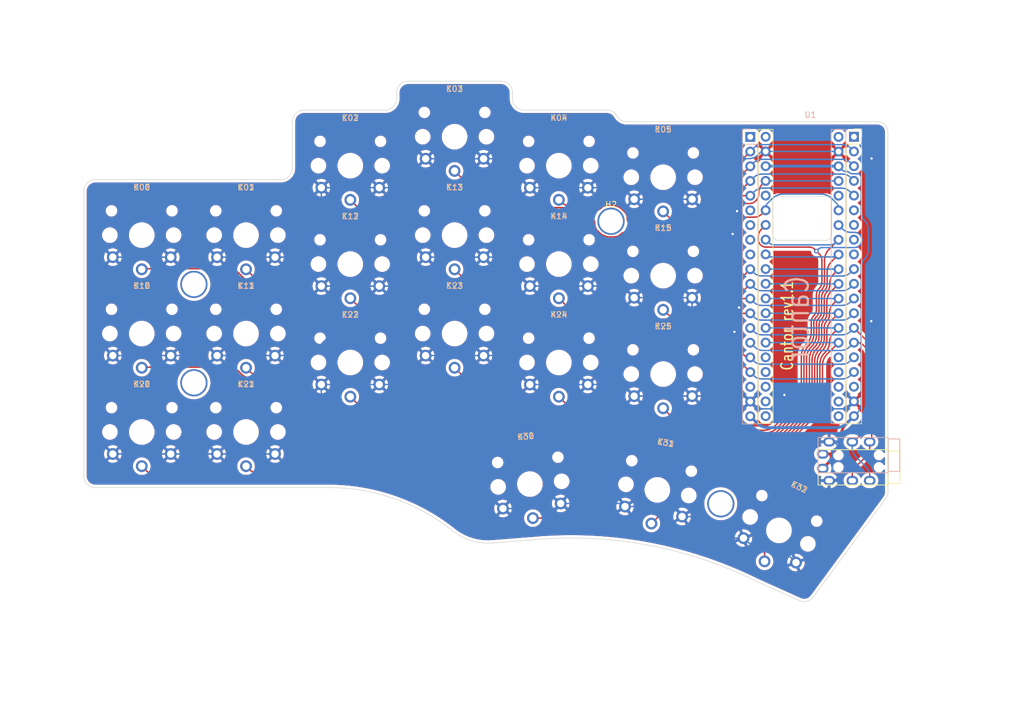
<source format=kicad_pcb>
(kicad_pcb (version 20211014) (generator pcbnew)
  (title_block (rev "rev1.0"))
  (layers (0 "F.Cu" signal) (31 "B.Cu" signal) (34 "B.Paste" user) (35 "F.Paste" user) (36 "B.SilkS" user "B.Silkscreen") (37 "F.SilkS" user "F.Silkscreen") (38 "B.Mask" user) (39 "F.Mask" user) (44 "Edge.Cuts" user))
  (net 0 "")
  (net 1 "+3V3")
  (net 2 "GND")
  (net 3 "/TX")
  (net 4 "/RX")
  (net 5 "/k00")
  (net 6 "/k01")
  (net 7 "/k02")
  (net 8 "/k03")
  (net 9 "/k04")
  (net 10 "/k05")
  (net 11 "/k10")
  (net 12 "/k11")
  (net 13 "/k12")
  (net 14 "/k13")
  (net 15 "/k14")
  (net 16 "/k15")
  (net 17 "/k20")
  (net 18 "/k21")
  (net 19 "/k22")
  (net 20 "/k23")
  (net 21 "/k24")
  (net 22 "/k25")
  (net 23 "/k30")
  (net 24 "/k31")
  (net 25 "/k32")
  (footprint "keyswitches:SW_PG1350_reversible" (layer "F.Cu") (at 164 94)
    (fp_text reference "K25")
    (fp_text value "KEYSW")
  )
  (footprint "cantor:Standoff_Hole" (layer "F.Cu") (at 155 67.6)
    (fp_text reference "H2")
    (fp_text value "MountingHole")
  )
  (footprint "keyswitches:SW_PG1350_reversible" (layer "F.Cu") (at 146 92)
    (fp_text reference "K24")
    (fp_text value "KEYSW")
  )
  (footprint "keyswitches:SW_PG1350_reversible" (layer "F.Cu") (at 92 104)
    (fp_text reference "K21")
    (fp_text value "KEYSW")
  )
  (footprint "keyswitches:SW_PG1350_reversible" (layer "F.Cu") (at 110 58)
    (fp_text reference "K02")
    (fp_text value "KEYSW")
  )
  (footprint "keyswitches:SW_PG1350_reversible" (layer "F.Cu") (at 74 87)
    (fp_text reference "K10")
    (fp_text value "KEYSW")
  )
  (footprint "cantor:Standoff_Hole" (layer "F.Cu") (at 173.95 116.4)
    (fp_text reference "H4")
    (fp_text value "MountingHole" hide)
  )
  (footprint "keyswitches:SW_PG1350_reversible" (layer "F.Cu") (at 146 58)
    (fp_text reference "K04")
    (fp_text value "KEYSW")
  )
  (footprint "keyswitches:SW_PG1350_reversible" (layer "F.Cu") (at 110 75)
    (fp_text reference "K12")
    (fp_text value "KEYSW")
  )
  (footprint "keyswitches:SW_PG1350_reversible" (layer "F.Cu") (at 141 113 5)
    (fp_text reference "K30")
    (fp_text value "KEYSW")
  )
  (footprint "keyswitches:SW_PG1350_reversible" (layer "F.Cu") (at 92 70)
    (fp_text reference "K01")
    (fp_text value "KEYSW")
  )
  (footprint "cantor:Standoff_Hole" (layer "F.Cu") (at 83 78.5)
    (fp_text reference "H1")
    (fp_text value "MountingHole" hide)
  )
  (footprint "keyswitches:SW_PG1350_reversible" (layer "F.Cu") (at 146 75)
    (fp_text reference "K14")
    (fp_text value "KEYSW")
  )
  (footprint "keyswitches:SW_PG1350_reversible" (layer "F.Cu") (at 128 87)
    (fp_text reference "K23")
    (fp_text value "KEYSW")
  )
  (footprint "keyswitches:SW_PG1350_reversible" (layer "F.Cu") (at 128 53)
    (fp_text reference "K03")
    (fp_text value "KEYSW")
  )
  (footprint "keyswitches:SW_PG1350_reversible" (layer "F.Cu") (at 110 92)
    (fp_text reference "K22")
    (fp_text value "KEYSW")
  )
  (footprint "Keebio-Parts:TRRS-PJ-320A" (layer "F.Cu") (at 202.85 110.1 -90)
    (fp_text reference "J1")
    (fp_text value "TRRS")
  )
  (footprint "keyswitches:SW_PG1350_reversible" (layer "F.Cu") (at 164 77)
    (fp_text reference "K15")
    (fp_text value "KEYSW")
  )
  (footprint "keyswitches:SW_PG1350_reversible" (layer "F.Cu") (at 184 121 -25)
    (fp_text reference "K32")
    (fp_text value "KEYSW")
  )
  (footprint "keyswitches:SW_PG1350_reversible" (layer "F.Cu") (at 92 87)
    (fp_text reference "K11")
    (fp_text value "KEYSW")
  )
  (footprint "Footprints:YAAJ_WeAct_BlackPill_2" (layer "F.Cu") (at 179.155 53)
    (fp_text reference "U1")
    (fp_text value "YAAJ_WeAct_BlackPill_Part_Like" hide)
  )
  (footprint "keyswitches:SW_PG1350_reversible" (layer "F.Cu") (at 164 60)
    (fp_text reference "K05")
    (fp_text value "KEYSW")
  )
  (footprint "keyswitches:SW_PG1350_reversible" (layer "F.Cu") (at 74 104)
    (fp_text reference "K20")
    (fp_text value "KEYSW")
  )
  (footprint "keyswitches:SW_PG1350_reversible" (layer "F.Cu") (at 128 70)
    (fp_text reference "K13")
    (fp_text value "KEYSW")
  )
  (footprint "keyswitches:SW_PG1350_reversible" (layer "F.Cu") (at 74 70)
    (fp_text reference "K00")
    (fp_text value "KEYSW")
  )
  (footprint "cantor:Standoff_Hole" (layer "F.Cu") (at 83 95.5)
    (fp_text reference "H3")
    (fp_text value "MountingHole" hide)
  )
  (footprint "keyswitches:SW_PG1350_reversible" (layer "F.Cu") (at 163 114 -10)
    (fp_text reference "K31")
    (fp_text value "KEYSW")
  )
  (gr_line (start 182.9 69.9) (end 182.9 64.3) (layer "Edge.Cuts") (width 0.1))
  (gr_arc (start 201 50.4) (mid 202.272792 50.927208) (end 202.8 52.2) (layer "Edge.Cuts") (width 0.1))
  (gr_arc (start 100 50.4) (mid 100.585786 48.985786) (end 102 48.4) (layer "Edge.Cuts") (width 0.1))
  (gr_line (start 66 113.6) (end 106.5 113.6) (layer "Edge.Cuts") (width 0.1))
  (gr_line (start 189.949999 132.449999) (end 202.434044 115.487896) (layer "Edge.Cuts") (width 0.1))
  (gr_arc (start 134.5 123.175) (mid 130.930967 122.788889) (end 127.75 121.125) (layer "Edge.Cuts") (width 0.1))
  (gr_arc (start 118 45.4) (mid 118.585786 43.985786) (end 120 43.4) (layer "Edge.Cuts") (width 0.1))
  (gr_line (start 192.1 70.9) (end 183.9 70.9) (layer "Edge.Cuts") (width 0.1))
  (gr_line (start 201 50.4) (end 157.750002 50.399998) (layer "Edge.Cuts") (width 0.1))
  (gr_arc (start 182.9 64.3) (mid 183.192893 63.592893) (end 183.9 63.3) (layer "Edge.Cuts") (width 0.1))
  (gr_line (start 118 45.4) (end 118 46.4) (layer "Edge.Cuts") (width 0.1))
  (gr_line (start 138 46.4) (end 138 45.4) (layer "Edge.Cuts") (width 0.1))
  (gr_arc (start 193.1 69.9) (mid 192.807107 70.607107) (end 192.1 70.9) (layer "Edge.Cuts") (width 0.1))
  (gr_line (start 193.092893 64.3) (end 193.1 69.9) (layer "Edge.Cuts") (width 0.1))
  (gr_arc (start 202.8 114.4) (mid 202.70606 114.973899) (end 202.434044 115.487896) (layer "Edge.Cuts") (width 0.1))
  (gr_line (start 100 50.4) (end 100 58.4) (layer "Edge.Cuts") (width 0.1))
  (gr_line (start 98 60.4) (end 66 60.4) (layer "Edge.Cuts") (width 0.1))
  (gr_arc (start 136 43.4) (mid 137.414214 43.985786) (end 138 45.4) (layer "Edge.Cuts") (width 0.1))
  (gr_arc (start 118 46.4) (mid 117.414214 47.814214) (end 116 48.4) (layer "Edge.Cuts") (width 0.1))
  (gr_arc (start 66 113.6) (mid 64.585786 113.014214) (end 64 111.6) (layer "Edge.Cuts") (width 0.1))
  (gr_line (start 202.8 114.4) (end 202.8 113.2) (layer "Edge.Cuts") (width 0.1))
  (gr_line (start 141.8 122.600001) (end 134.5 123.175) (layer "Edge.Cuts") (width 0.1))
  (gr_line (start 180.129399 129.8) (end 187.513868 133.121447) (layer "Edge.Cuts") (width 0.1))
  (gr_arc (start 140 48.4) (mid 138.585786 47.814214) (end 138 46.4) (layer "Edge.Cuts") (width 0.1))
  (gr_arc (start 157.750002 50.399998) (mid 156.742216 50.132373) (end 156 49.4) (layer "Edge.Cuts") (width 0.1))
  (gr_line (start 64 62.4) (end 64 111.6) (layer "Edge.Cuts") (width 0.1))
  (gr_arc (start 192.092893 63.3) (mid 192.8 63.592893) (end 193.092893 64.3) (layer "Edge.Cuts") (width 0.1))
  (gr_arc (start 183.9 70.9) (mid 183.192893 70.607107) (end 182.9 69.9) (layer "Edge.Cuts") (width 0.1))
  (gr_line (start 136 43.4) (end 120 43.4) (layer "Edge.Cuts") (width 0.1))
  (gr_arc (start 64 62.4) (mid 64.585786 60.985786) (end 66 60.4) (layer "Edge.Cuts") (width 0.1))
  (gr_arc (start 106.5 113.600001) (mid 117.756229 115.57996) (end 127.75 121.125) (layer "Edge.Cuts") (width 0.1))
  (gr_line (start 183.9 63.3) (end 192.092893 63.3) (layer "Edge.Cuts") (width 0.1))
  (gr_line (start 116 48.4) (end 102 48.4) (layer "Edge.Cuts") (width 0.1))
  (gr_arc (start 154.3 48.4) (mid 155.286154 48.668538) (end 156 49.4) (layer "Edge.Cuts") (width 0.1))
  (gr_line (start 202.8 113.2) (end 202.8 52.2) (layer "Edge.Cuts") (width 0.1))
  (gr_arc (start 100 58.4) (mid 99.414214 59.814214) (end 98 60.4) (layer "Edge.Cuts") (width 0.1))
  (gr_arc (start 189.949999 132.449999) (mid 188.858511 133.244969) (end 187.513868 133.121447) (layer "Edge.Cuts") (width 0.1))
  (gr_line (start 154.3 48.4) (end 140 48.4) (layer "Edge.Cuts") (width 0.1))
  (gr_arc (start 141.8 122.600001) (mid 161.459797 123.564333) (end 180.129399 129.8) (layer "Edge.Cuts") (width 0.1))
  (gr_text "Cantor" (at 187.15 84.4 90) (layer "B.SilkS") (effects (font (size 4 3) (thickness 0.4)) (justify mirror)))
  (gr_text "Cantor rev1.1" (at 185.4 85.65 90) (layer "F.SilkS") (effects (font (size 2 1.5) (thickness 0.25))))
  (segment (start 192.787867 107.8) (end 191.55 107.8) (width 0.5) (layer "F.Cu") (net 1))
  (segment (start 192.628768 109.221231) (end 191.55 110.3) (width 0.5) (layer "F.Cu") (net 1))
  (segment (start 194.75 105.024695) (end 194.75 104.571981) (width 0.5) (layer "F.Cu") (net 1))
  (segment (start 193.45 107.35) (end 193.15 107.65) (width 0.5) (layer "F.Cu") (net 1))
  (segment (start 195.546896 102.648103) (end 196.935 101.26) (width 0.5) (layer "F.Cu") (net 1))
  (segment (start 193.45 107.35) (end 194.025 106.775) (width 0.5) (layer "F.Cu") (net 1))
  (segment (start 193 108.325) (end 193 108.012132) (width 0.5) (layer "F.Cu") (net 1))
  (arc (start 192.787867 107.8) (mid 192.983852 107.761016) (end 193.15 107.65) (width 0.5) (layer "F.Cu") (net 1))
  (arc (start 193 108.012132) (mid 192.937867 107.862132) (end 192.787867 107.8) (width 0.5) (layer "F.Cu") (net 1))
  (arc (start 194.75 105.024695) (mid 194.561578 105.971953) (end 194.025 106.775) (width 0.5) (layer "F.Cu") (net 1))
  (arc (start 193 108.325) (mid 192.903519 108.810036) (end 192.628768 109.221231) (width 0.5) (layer "F.Cu") (net 1))
  (arc (start 195.546896 102.648103) (mid 194.957106 103.530786) (end 194.75 104.571981) (width 0.5) (layer "F.Cu") (net 1))
  (arc (start 193.15 107.65) (mid 193.038983 107.816147) (end 193 108.012132) (width 0.5) (layer "F.Cu") (net 1))
  (segment (start 180.208103 102.453103) (end 179.035 101.28) (width 0.5) (layer "B.Cu") (net 1))
  (segment (start 198.2 99.100509) (end 198.2 75.504924) (width 0.25) (layer "B.Cu") (net 1))
  (segment (start 194.285 58.11) (end 194.895991 58.720991) (width 0.25) (layer "B.Cu") (net 1))
  (segment (start 197.858578 59.4) (end 196.637428 59.4) (width 0.25) (layer "B.Cu") (net 1))
  (segment (start 196.302499 101.892499) (end 195.741896 102.453103) (width 0.5) (layer "B.Cu") (net 1))
  (segment (start 182.131981 103.25) (end 193.818018 103.25) (width 0.5) (layer "B.Cu") (net 1))
  (segment (start 199.4 72.607867) (end 199.4 68.952132) (width 0.25) (layer "B.Cu") (net 1))
  (segment (start 194.265 58.09) (end 194.285 58.11) (width 0.25) (layer "B.Cu") (net 1))
  (segment (start 197.5675 100.6275) (end 196.302499 101.892499) (width 0.25) (layer "B.Cu") (net 1))
  (segment (start 194.240857 58.08) (end 181.695 58.08) (width 0.5) (layer "B.Cu") (net 1))
  (segment (start 195.660852 58.995489) (end 195.558687 58.995489) (width 0.25) (layer "B.Cu") (net 1))
  (segment (start 198.2 66.055075) (end 198.2 59.741421) (width 0.25) (layer "B.Cu") (net 1))
  (arc (start 198.8 74.056396) (mid 198.355934 74.720986) (end 198.2 75.504924) (width 0.25) (layer "B.Cu") (net 1))
  (arc (start 198.1 59.5) (mid 198.17401 59.610764) (end 198.2 59.741421) (width 0.25) (layer "B.Cu") (net 1))
  (arc (start 180.208103 102.453103) (mid 181.090786 103.042893) (end 182.131981 103.25) (width 0.5) (layer "B.Cu") (net 1))
  (arc (start 195.741896 102.453103) (mid 194.859213 103.042893) (end 193.818018 103.25) (width 0.5) (layer "B.Cu") (net 1))
  (arc (start 196.14914 59.197744) (mid 196.373168 59.347435) (end 196.637428 59.4) (width 0.25) (layer "B.Cu") (net 1))
  (arc (start 198.2 66.055075) (mid 198.355934 66.839013) (end 198.8 67.503604) (width 0.25) (layer "B.Cu") (net 1))
  (arc (start 198.2 99.100509) (mid 198.035618 99.92691) (end 197.5675 100.6275) (width 0.25) (layer "B.Cu") (net 1))
  (arc (start 198.8 67.503604) (mid 199.244065 68.168194) (end 199.4 68.952132) (width 0.25) (layer "B.Cu") (net 1))
  (arc (start 199.4 72.607867) (mid 199.244065 73.391805) (end 198.8 74.056396) (width 0.25) (layer "B.Cu") (net 1))
  (arc (start 198.1 59.5) (mid 197.989234 59.425989) (end 197.858578 59.4) (width 0.25) (layer "B.Cu") (net 1))
  (arc (start 196.14914 59.197744) (mid 195.925111 59.048053) (end 195.660852 58.995489) (width 0.25) (layer "B.Cu") (net 1))
  (arc (start 194.265 58.09) (mid 194.253923 58.082598) (end 194.240857 58.08) (width 0.25) (layer "B.Cu") (net 1))
  (arc (start 194.895991 58.720991) (mid 195.200038 58.924149) (end 195.558687 58.995489) (width 0.25) (layer "B.Cu") (net 1))
  (via (at 176.75 65.85) (size 0.8) (drill 0.4) (layers "F.Cu" "B.Cu") (net 2))
  (via (at 176.3 86.7) (size 0.8) (drill 0.4) (layers "F.Cu" "B.Cu") (net 2))
  (via (at 199.98 56.76) (size 0.8) (drill 0.4) (layers "F.Cu" "B.Cu") (net 2))
  (via (at 176 69.8) (size 0.8) (drill 0.4) (layers "F.Cu" "B.Cu") (net 2))
  (via (at 177.1 82.5) (size 0.8) (drill 0.4) (layers "F.Cu" "B.Cu") (net 2))
  (via (at 184.93 97.6) (size 0.8) (drill 0.4) (layers "F.Cu" "B.Cu") (net 2))
  (via (at 199.93 84.85) (size 0.8) (drill 0.4) (layers "F.Cu" "B.Cu") (net 2))
  (segment (start 136.796896 57.596896) (end 140.203103 61.003103) (width 0.25) (layer "B.Cu") (net 2))
  (segment (start 106.528428 78.8) (end 108.699999 78.8) (width 0.25) (layer "B.Cu") (net 2))
  (segment (start 146.928449 116.349761) (end 156.521116 116.349761) (width 0.25) (layer "B.Cu") (net 2))
  (segment (start 155 78.8) (end 153.9 78.8) (width 0.25) (layer "B.Cu") (net 2))
  (segment (start 175.721572 97.8) (end 173.55 97.8) (width 0.25) (layer "B.Cu") (net 2))
  (segment (start 170.61051 117.483528) (end 170.61051 108.291471) (width 0.25) (layer "B.Cu") (net 2))
  (segment (start 194.265 55.55) (end 194.275 55.56) (width 0.25) (layer "B.Cu") (net 2))
  (segment (start 181.185954 100) (end 194.749903 100) (width 0.25) (layer "B.Cu") (net 2))
  (segment (start 144.824322 117.221319) (end 136.350218 117.221319) (width 0.25) (layer "B.Cu") (net 2))
  (segment (start 77.828428 90.8) (end 69 90.8) (width 0.25) (layer "B.Cu") (net 2))
  (segment (start 98.171572 90.8) (end 98.957017 90.8) (width 0.25) (layer "B.Cu") (net 2))
  (segment (start 116.171572 78.8) (end 116.873018 78.8) (width 0.25) (layer "B.Cu") (net 2))
  (segment (start 155 78.8) (end 156.1 78.8) (width 0.25) (layer "B.Cu") (net 2))
  (segment (start 116.873018 95.8) (end 116.171572 95.8) (width 0.25) (layer "B.Cu") (net 2))
  (segment (start 77.828428 107.8) (end 69 107.8) (width 0.25) (layer "B.Cu") (net 2))
  (segment (start 83.907106 91.8) (end 85.292893 91.8) (width 0.25) (layer "B.Cu") (net 2))
  (segment (start 88.171572 107.8) (end 95.873018 107.8) (width 0.25) (layer "B.Cu") (net 2))
  (segment (start 178.564999 99.209999) (end 171.407406 106.367593) (width 0.25) (layer "B.Cu") (net 2))
  (segment (start 106.903103 86.90701) (end 101.771253 92.03886) (width 0.25) (layer "B.Cu") (net 2))
  (segment (start 136.796896 91.596896) (end 140.203103 95.003103) (width 0.25) (layer "B.Cu") (net 2))
  (segment (start 152.171572 61.8) (end 153.378428 61.8) (width 0.25) (layer "B.Cu") (net 2))
  (segment (start 157.512652 79.312652) (end 158.203103 80.003103) (width 0.25) (layer "B.Cu") (net 2))
  (segment (start 118.796896 78.003103) (end 122.203103 74.596896) (width 0.25) (layer "B.Cu") (net 2))
  (segment (start 78.292893 73.8) (end 69 73.8) (width 0.25) (layer "B.Cu") (net 2))
  (segment (start 149.828428 78.8) (end 142.126981 78.8) (width 0.25) (layer "B.Cu") (net 2))
  (segment (start 104.203103 66.596896) (end 97.572725 73.227274) (width 0.25) (layer "B.Cu") (net 2))
  (segment (start 167.873018 63.8) (end 160.126981 63.8) (width 0.25) (layer "B.Cu") (net 2))
  (segment (start 195.5 108.826981) (end 195.5 109.373018) (width 0.25) (layer "B.Cu") (net 2))
  (segment (start 188.453103 120.046896) (end 184.793693 123.706306) (width 0.25) (layer "B.Cu") (net 2))
  (segment (start 156.275 95.8) (end 154.825 95.8) (width 0.25) (layer "B.Cu") (net 2))
  (segment (start 85.292893 74.8) (end 80.707106 74.8) (width 0.25) (layer "B.Cu") (net 2))
  (segment (start 101.668632 92.081367) (end 101.582443 92.167557) (width 0.25) (layer "B.Cu") (net 2))
  (segment (start 134.873018 73.8) (end 134.171572 73.8) (width 0.25) (layer "B.Cu") (net 2))
  (segment (start 118.796896 95.003103) (end 122.203103 91.596896) (width 0.25) (layer "B.Cu") (net 2))
  (segment (start 105 64.673018) (end 105 62.799999) (width 0.25) (layer "B.Cu") (net 2))
  (segment (start 193.80052 106.00052) (end 194.703103 106.903103) (width 0.25) (layer "B.Cu") (net 2))
  (segment (start 192.278768 113.82123) (end 190.046896 116.053103) (width 0.25) (layer "B.Cu") (net 2))
  (segment (start 87.707106 73.8) (end 95.873018 73.8) (width 0.25) (layer "B.Cu") (net 2))
  (segment (start 105.999999 95.8) (end 113.828428 95.8) (width 0.25) (layer "B.Cu") (net 2))
  (segment (start 104.203103 78.003103) (end 100.796896 74.596896) (width 0.25) (layer "B.Cu") (net 2))
  (segment (start 175.233103 57.566896) (end 169.796896 63.003103) (width 0.25) (layer "B.Cu") (net 2))
  (segment (start 166.467279 117.813613) (end 166.324591 117.670925) (width 0.25) (layer "B.Cu") (net 2))
  (segment (start 87.707106 90.8) (end 95.828428 90.8) (width 0.25) (layer "B.Cu") (net 2))
  (segment (start 101.367557 92.167557) (end 100.7375 91.5375) (width 0.25) (layer "B.Cu") (net 2))
  (segment (start 85.828428 107.8) (end 80.171572 107.8) (width 0.25) (layer "B.Cu") (net 2))
  (segment (start 124.126981 90.8) (end 131.828428 90.8) (width 0.25) (layer "B.Cu") (net 2))
  (segment (start 105 96.926981) (end 105 98.673018) (width 0.25) (layer "B.Cu") (net 2))
  (segment (start 155.55 79.35) (end 155.55 95.075) (width 0.25) (layer "B.Cu") (net 2))
  (segment (start 101.582443 92.382443) (end 101.367557 92.167557) (width 0.25) (layer "B.Cu") (net 2))
  (segment (start 104.203103 95.003103) (end 101.582443 92.382443) (width 0.25) (layer "B.Cu") (net 2))
  (segment (start 157.512652 96.312652) (end 158.203103 97.003103) (width 0.25) (layer "B.Cu") (net 2))
  (segment (start 152.171572 95.8) (end 154.825 95.8) (width 0.25) (layer "B.Cu") (net 2))
  (segment (start 107.7 79.799999) (end 107.7 84.983132) (width 0.25) (layer "B.Cu") (net 2))
  (segment (start 180.699166 55.800115) (end 180.344282 56.155) (width 0.25) (layer "B.Cu") (net 2))
  (segment (start 169.796896 84.296896) (end 173.753103 88.253103) (width 0.25) (layer "B.Cu") (net 2))
  (segment (start 170.171572 97.8) (end 167.828428 97.8) (width 0.25) (layer "B.Cu") (net 2))
  (segment (start 98.171572 73.8) (end 98.873018 73.8) (width 0.25) (layer "B.Cu") (net 2))
  (segment (start 116.171572 61.8) (end 113.828428 61.8) (width 0.25) (layer "B.Cu") (net 2))
  (segment (start 157.796896 62.596896) (end 158.203103 63.003103) (width 0.25) (layer "B.Cu") (net 2))
  (segment (start 193.075 105.7) (end 192.65 105.7) (width 0.25) (layer "B.Cu") (net 2))
  (segment (start 182.062859 55.54) (end 194.240857 55.54) (width 0.25) (layer "B.Cu") (net 2))
  (segment (start 192.65 112.925) (end 192.65 112.875) (width 0.25) (layer "B.Cu") (net 2))
  (segment (start 149.828428 95.8) (end 142.126981 95.8) (width 0.25) (layer "B.Cu") (net 2))
  (segment (start 177.144092 122.330878) (end 175.457859 122.330878) (width 0.25) (layer "B.Cu") (net 2))
  (segment (start 169 82.373018) (end 169 81.799999) (width 0.25) (layer "B.Cu") (net 2))
  (segment (start 184.793693 124.425165) (end 184.074835 123.706306) (width 0.25) (layer "B.Cu") (net 2))
  (segment (start 157.786811 116.874029) (end 164.400713 116.874029) (width 0.25) (layer "B.Cu") (net 2))
  (segment (start 155.721572 61.8) (end 153.378428 61.8) (width 0.25) (layer "B.Cu") (net 2))
  (segment (start 124.126981 56.8) (end 131.828428 56.8) (width 0.25) (layer "B.Cu") (net 2))
  (segment (start 136.796896 74.596896) (end 140.203103 78.003103) (width 0.25) (layer "B.Cu") (net 2))
  (segment (start 116.171572 78.8) (end 113.828428 78.8) (width 0.25) (layer "B.Cu") (net 2))
  (segment (start 171.407406 119.407406) (end 173.533981 121.533981) (width 0.25) (layer "B.Cu") (net 2))
  (segment (start 134.171572 56.8) (end 131.828428 56.8) (width 0.25) (layer "B.Cu") (net 2))
  (segment (start 184.793693 124.425165) (end 186.92559 126.557061) (width 0.25) (layer "B.Cu") (net 2))
  (segment (start 134.171572 73.8) (end 131.828428 73.8) (width 0.25) (layer "B.Cu") (net 2))
  (segment (start 80.171572 90.8) (end 77.828428 90.8) (width 0.25) (layer "B.Cu") (net 2))
  (segment (start 98.171572 90.8) (end 95.828428 90.8) (width 0.25) (layer "B.Cu") (net 2))
  (segment (start 98.171572 73.8) (end 95.873018 73.8) (width 0.25) (layer "B.Cu") (net 2))
  (segment (start 149.828428 61.8) (end 142.126981 61.8) (width 0.25) (layer "B.Cu") (net 2))
  (segment (start 152.171572 61.8) (end 149.828428 61.8) (width 0.25) (layer "B.Cu") (net 2))
  (segment (start 193.935875 112.064124) (end 194.703103 111.296896) (width 0.25) (layer "B.Cu") (net 2))
  (segment (start 81.492893 90.8) (end 80.171572 90.8) (width 0.25) (layer "B.Cu") (net 2))
  (segment (start 177.430319 97.8) (end 175.721572 97.8) (width 0.25) (layer "B.Cu") (net 2))
  (segment (start 178.565 98.27) (end 179.505 99.21) (width 0.25) (layer "B.Cu") (net 2))
  (segment (start 152.171572 95.8) (end 149.828428 95.8) (width 0.25) (layer "B.Cu") (net 2))
  (segment (start 152.171572 78.8) (end 153.9 78.8) (width 0.25) (layer "B.Cu") (net 2))
  (segment (start 155.873018 61.8) (end 155.721572 61.8) (width 0.25) (layer "B.Cu") (net 2))
  (segment (start 193.2 112.3) (end 192.6625 112.3) (width 0.25) (layer "B.Cu") (net 2))
  (segment (start 152.171572 78.8) (end 149.828428 78.8) (width 0.25) (layer "B.Cu") (net 2))
  (segment (start 174.55 90.176981) (end 174.55 96.8) (width 0.25) (layer "B.Cu") (net 2))
  (segment (start 170.171572 97.8) (end 173.55 97.8) (width 0.25) (layer "B.Cu") (net 2))
  (segment (start 196.295 99.36) (end 196.935 98.72) (width 0.25) (layer "B.Cu") (net 2))
  (segment (start 122.203103 57.596896) (end 118.796896 61.003103) (width 0.25) (layer "B.Cu") (net 2))
  (segment (start 179.505 99.21) (end 179.665 99.37) (width 0.25) (layer "B.Cu") (net 2))
  (segment (start 116.171572 95.8) (end 113.828428 95.8) (width 0.25) (layer "B.Cu") (net 2))
  (segment (start 113.828428 61.8) (end 105.999999 61.8) (width 0.25) (layer "B.Cu") (net 2))
  (segment (start 88.171572 107.8) (end 85.828428 107.8) (width 0.25) (layer "B.Cu") (net 2))
  (segment (start 183.207096 123.346877) (end 179.59693 123.346877) (width 0.25) (layer "B.Cu") (net 2))
  (segment (start 156.275 78.8) (end 156.1 78.8) (width 0.25) (layer "B.Cu") (net 2))
  (segment (start 113.828428 78.8) (end 108.699999 78.8) (width 0.25) (layer "B.Cu") (net 2))
  (segment (start 124.126981 73.8) (end 131.828428 73.8) (width 0.25) (layer "B.Cu") (net 2))
  (segment (start 167.828428 97.8) (end 160.126981 97.8) (width 0.25) (layer "B.Cu") (net 2))
  (segment (start 182.062859 55.54) (end 181.327141 55.54) (width 0.25) (layer "B.Cu") (net 2))
  (segment (start 80.171572 107.8) (end 77.828428 107.8) (width 0.25) (layer "B.Cu") (net 2))
  (segment (start 116.171572 61.8) (end 116.873018 61.8) (width 0.25) (layer "B.Cu") (net 2))
  (segment (start 134.873018 90.8) (end 134.171572 90.8) (width 0.25) (layer "B.Cu") (net 2))
  (segment (start 189.25 117.976981) (end 189.25 118.123018) (width 0.25) (layer "B.Cu") (net 2))
  (segment (start 134.171572 90.8) (end 131.828428 90.8) (width 0.25) (layer "B.Cu") (net 2))
  (segment (start 168 80.8) (end 160.126981 80.8) (width 0.25) (layer "B.Cu") (net 2))
  (segment (start 169.61051 118.61051) (end 168.391157 118.61051) (width 0.25) (layer "B.Cu") (net 2))
  (segment (start 134.171572 56.8) (end 134.873018 56.8) (width 0.25) (layer "B.Cu") (net 2))
  (segment (start 178.85954 56.77) (end 177.156981 56.77) (width 0.25) (layer "B.Cu") (net 2))
  (segment (start 106.528428 78.8) (end 106.126981 78.8) (width 0.25) (layer "B.Cu") (net 2))
  (segment (start 97.796896 107.003103) (end 104.203103 100.596896) (width 0.25) (layer "B.Cu") (net 2))
  (arc (start 189.25 118.123018) (mid 189.042893 119.164213) (end 188.453103 120.046896) (width 0.25) (layer "B.Cu") (net 2))
  (arc (start 101.582443 92.167557) (mid 101.537938 92.275) (end 101.582443 92.382443) (width 0.25) (layer "B.Cu") (net 2))
  (arc (start 184.793693 123.706306) (mid 184.644812 124.065735) (end 184.793693 124.425165) (width 0.25) (layer "B.Cu") (net 2))
  (arc (start 157.153964 116.611895) (mid 156.86361 116.417887) (end 156.521116 116.349761) (width 0.25) (layer "B.Cu") (net 2))
  (arc (start 101.719943 92.060114) (mid 101.692173 92.065637) (end 101.668632 92.081367) (width 0.25) (layer "B.Cu") (net 2))
  (arc (start 184.074835 123.706306) (mid 184.434264 123.855186) (end 184.793693 123.706306) (width 0.25) (layer "B.Cu") (net 2))
  (arc (start 136.796896 74.596896) (mid 135.914213 74.007106) (end 134.873018 73.8) (width 0.25) (layer "B.Cu") (net 2))
  (arc (start 178.370511 122.838877) (mid 178.933197 123.214852) (end 179.59693 123.346877) (width 0.25) (layer "B.Cu") (net 2))
  (arc (start 157.796896 62.596896) (mid 156.914213 62.007106) (end 155.873018 61.8) (width 0.25) (layer "B.Cu") (net 2))
  (arc (start 100.796896 74.596896) (mid 99.914213 74.007106) (end 98.873018 73.8) (width 0.25) (layer "B.Cu") (net 2))
  (arc (start 97.572725 73.227274) (mid 97.630765 73.592893) (end 98.171572 73.8) (width 0.25) (layer "B.Cu") (net 2))
  (arc (start 173.55 97.8) (mid 174.257106 97.507106) (end 174.55 96.8) (width 0.25) (layer "B.Cu") (net 2))
  (arc (start 195.5 109.373018) (mid 195.292893 110.414213) (end 194.703103 111.296896) (width 0.25) (layer "B.Cu") (net 2))
  (arc (start 157.512652 79.312652) (mid 156.944812 78.933233) (end 156.275 78.8) (width 0.25) (layer "B.Cu") (net 2))
  (arc (start 118.796896 61.003103) (mid 117.914213 61.592893) (end 116.873018 61.8) (width 0.25) (layer "B.Cu") (net 2))
  (arc (start 95.873018 73.8) (mid 96.855953 73.651153) (end 97.572725 73.227274) (width 0.25) (layer "B.Cu") (net 2))
  (arc (start 79.5 74.3) (mid 80.053825 74.670054) (end 80.707106 74.8) (width 0.25) (layer "B.Cu") (net 2))
  (arc (start 171.407406 106.367593) (mid 170.817616 107.250276) (end 170.61051 108.291471) (width 0.25) (layer "B.Cu") (net 2))
  (arc (start 87.707106 90.8) (mid 87.053825 90.929945) (end 86.5 91.3) (width 0.25) (layer "B.Cu") (net 2))
  (arc (start 181.327141 55.54) (mid 180.987283 55.607601) (end 180.699166 55.800115) (width 0.25) (layer "B.Cu") (net 2))
  (arc (start 124.126981 73.8) (mid 123.085786 74.007106) (end 122.203103 74.596896) (width 0.25) (layer "B.Cu") (net 2))
  (arc (start 87.707106 73.8) (mid 87.053825 73.929945) (end 86.5 74.3) (width 0.25) (layer "B.Cu") (net 2))
  (arc (start 184.074835 123.706306) (mid 183.676713 123.440289) (end 183.207096 123.346877) (width 0.25) (layer "B.Cu") (net 2))
  (arc (start 104.203103 78.003103) (mid 105.085786 78.592893) (end 106.126981 78.8) (width 0.25) (layer "B.Cu") (net 2))
  (arc (start 124.126981 56.8) (mid 123.085786 57.007106) (end 122.203103 57.596896) (width 0.25) (layer "B.Cu") (net 2))
  (arc (start 82.7 91.3) (mid 83.253825 91.670054) (end 83.907106 91.8) (width 0.25) (layer "B.Cu") (net 2))
  (arc (start 101.771253 92.03886) (mid 101.747711 92.05459) (end 101.719943 92.060114) (width 0.25) (layer "B.Cu") (net 2))
  (arc (start 156.1 78.8) (mid 155.711091 78.961091) (end 155.55 79.35) (width 0.25) (layer "B.Cu") (net 2))
  (arc (start 155.55 79.35) (mid 155.388908 78.961091) (end 155 78.8) (width 0.25) (layer "B.Cu") (net 2))
  (arc (start 155.55 95.075) (mid 155.762347 95.587652) (end 156.275 95.8) (width 0.25) (layer "B.Cu") (net 2))
  (arc (start 196.295 99.36) (mid 195.586103 99.833669) (end 194.749903 100) (width 0.25) (layer "B.Cu") (net 2))
  (arc (start 166.324591 117.670925) (mid 165.441908 117.081135) (end 164.400713 116.874029) (width 0.25) (layer "B.Cu") (net 2))
  (arc (start 193.125 112.4) (mid 192.789124 112.539124) (end 192.65 112.875) (width 0.25) (layer "B.Cu") (net 2))
  (arc (start 105 96.926981) (mid 104.792893 95.885786) (end 104.203103 95.003103) (width 0.25) (layer "B.Cu") (net 2))
  (arc (start 190.046896 116.053103) (mid 189.457106 116.935786) (end 189.25 117.976981) (width 0.25) (layer "B.Cu") (net 2))
  (arc (start 97.796896 107.003103) (mid 96.914213 107.592893) (end 95.873018 107.8) (width 0.25) (layer "B.Cu") (net 2))
  (arc (start 118.796896 78.003103) (mid 117.914213 78.592893) (end 116.873018 78.8) (width 0.25) (layer "B.Cu") (net 2))
  (arc (start 179.505 99.21) (mid 179.034999 99.015319) (end 178.564999 99.209999) (width 0.25) (layer "B.Cu") (net 2))
  (arc (start 169 82.373018) (mid 169.207106 83.414213) (end 169.796896 84.296896) (width 0.25) (layer "B.Cu") (net 2))
  (arc (start 157.512652 96.312652) (mid 156.944812 95.933233) (end 156.275 95.8) (width 0.25) (layer "B.Cu") (net 2))
  (arc (start 79.5 74.3) (mid 78.946174 73.929945) (end 78.292893 73.8) (width 0.25) (layer "B.Cu") (net 2))
  (arc (start 154.825 95.8) (mid 155.337652 95.587652) (end 155.55 95.075) (width 0.25) (layer "B.Cu") (net 2))
  (arc (start 169 81.799999) (mid 168.707106 81.092892) (end 168 80.8) (width 0.25) (layer "B.Cu") (net 2))
  (arc (start 140.203103 95.003103) (mid 141.085786 95.592893) (end 142.126981 95.8) (width 0.25) (layer "B.Cu") (net 2))
  (arc (start 179.665 99.37) (mid 180.362819 99.836268) (end 181.185954 100) (width 0.25) (layer "B.Cu") (net 2))
  (arc (start 157.153964 116.611895) (mid 157.444316 116.805902) (end 157.786811 116.874029) (width 0.25) (layer "B.Cu") (net 2))
  (arc (start 140.203103 61.003103) (mid 141.085786 61.592893) (end 142.126981 61.8) (width 0.25) (layer "B.Cu") (net 2))
  (arc (start 140.203103 78.003103) (mid 141.085786 78.592893) (end 142.126981 78.8) (width 0.25) (layer "B.Cu") (net 2))
  (arc (start 82.7 91.3) (mid 82.146174 90.929945) (end 81.492893 90.8) (width 0.25) (layer "B.Cu") (net 2))
  (arc (start 174.55 96.8) (mid 174.893145 97.507106) (end 175.721572 97.8) (width 0.25) (layer "B.Cu") (net 2))
  (arc (start 158.203103 97.003103) (mid 159.085786 97.592893) (end 160.126981 97.8) (width 0.25) (layer "B.Cu") (net 2))
  (arc (start 193.80052 106.00052) (mid 193.467648 105.778102) (end 193.075 105.7) (width 0.25) (layer "B.Cu") (net 2))
  (arc (start 86.5 91.3) (mid 85.946174 91.670054) (end 85.292893 91.8) (width 0.25) (layer "B.Cu") (net 2))
  (arc (start 107.7 79.799999) (mid 107.356854 79.092892) (end 106.528428 78.8) (width 0.25) (layer "B.Cu") (net 2))
  (arc (start 101.367557 92.167557) (mid 101.475 92.212061) (end 101.582443 92.167557) (width 0.25) (layer "B.Cu") (net 2))
  (arc (start 145.876386 116.78554) (mid 145.393695 117.108063) (end 144.824322 117.221319) (width 0.25) (layer "B.Cu") (net 2))
  (arc (start 105 64.673018) (mid 104.792893 65.714213) (end 104.203103 66.596896) (width 0.25) (layer "B.Cu") (net 2))
  (arc (start 105.999999 95.8) (mid 105.292892 96.130085) (end 105 96.926981) (width 0.25) (layer "B.Cu") (net 2))
  (arc (start 173.753103 88.253103) (mid 174.342893 89.135786) (end 174.55 90.176981) (width 0.25) (layer "B.Cu") (net 2))
  (arc (start 86.5 74.3) (mid 85.946174 74.670054) (end 85.292893 74.8) (width 0.25) (layer "B.Cu") (net 2))
  (arc (start 180.344282 56.155) (mid 179.663076 56.610166) (end 178.85954 56.77) (width 0.25) (layer "B.Cu") (net 2))
  (arc (start 124.126981 90.8) (mid 123.085786 91.007106) (end 122.203103 91.596896) (width 0.25) (layer "B.Cu") (net 2))
  (arc (start 100.7375 91.5375) (mid 99.920607 90.99167) (end 98.957017 90.8) (width 0.25) (layer "B.Cu") (net 2))
  (arc (start 158.203103 63.003103) (mid 159.085786 63.592893) (end 160.126981 63.8) (width 0.25) (layer "B.Cu") (net 2))
  (arc (start 194.703103 106.903103) (mid 195.292893 107.785786) (end 195.5 108.826981) (width 0.25) (layer "B.Cu") (net 2))
  (arc (start 169.61051 118.61051) (mid 170.317616 118.280424) (end 170.61051 117.483528) (width 0.25) (layer "B.Cu") (net 2))
  (arc (start 136.796896 57.596896) (mid 135.914213 57.007106) (end 134.873018 56.8) (width 0.25) (layer "B.Cu") (net 2))
  (arc (start 170.61051 117.483528) (mid 170.817616 118.524723) (end 171.407406 119.407406) (width 0.25) (layer "B.Cu") (net 2))
  (arc (start 169.796896 63.003103) (mid 168.914213 63.592893) (end 167.873018 63.8) (width 0.25) (layer "B.Cu") (net 2))
  (arc (start 108.699999 78.8) (mid 107.992892 79.092892) (end 107.7 79.799999) (width 0.25) (layer "B.Cu") (net 2))
  (arc (start 118.796896 95.003103) (mid 117.914213 95.592893) (end 116.873018 95.8) (width 0.25) (layer "B.Cu") (net 2))
  (arc (start 146.928449 116.349761) (mid 146.359076 116.463016) (end 145.876386 116.78554) (width 0.25) (layer "B.Cu") (net 2))
  (arc (start 194.265 55.55) (mid 194.253923 55.542598) (end 194.240857 55.54) (width 0.25) (layer "B.Cu") (net 2))
  (arc (start 105 98.673018) (mid 104.792893 99.714213) (end 104.203103 100.596896) (width 0.25) (layer "B.Cu") (net 2))
  (arc (start 178.564999 99.209999) (mid 178.75968 98.739999) (end 178.565 98.27) (width 0.25) (layer "B.Cu") (net 2))
  (arc (start 158.203103 80.003103) (mid 159.085786 80.592893) (end 160.126981 80.8) (width 0.25) (layer "B.Cu") (net 2))
  (arc (start 166.467279 117.813613) (mid 167.349962 118.403403) (end 168.391157 118.61051) (width 0.25) (layer "B.Cu") (net 2))
  (arc (start 173.533981 121.533981) (mid 174.416664 122.123771) (end 175.457859 122.330878) (width 0.25) (layer "B.Cu") (net 2))
  (arc (start 105.999999 61.8) (mid 105.292892 62.092892) (end 105 62.799999) (width 0.25) (layer "B.Cu") (net 2))
  (arc (start 177.156981 56.77) (mid 176.115786 56.977106) (end 175.233103 57.566896) (width 0.25) (layer "B.Cu") (net 2))
  (arc (start 136.796896 91.596896) (mid 135.914213 91.007106) (end 134.873018 90.8) (width 0.25) (layer "B.Cu") (net 2))
  (arc (start 193.935875 112.064124) (mid 193.563842 112.312708) (end 193.125 112.4) (width 0.25) (layer "B.Cu") (net 2))
  (arc (start 192.65 112.925) (mid 192.553519 113.410036) (end 192.278768 113.82123) (width 0.25) (layer "B.Cu") (net 2))
  (arc (start 178.565 98.27) (mid 178.044404 97.922149) (end 177.430319 97.8) (width 0.25) (layer "B.Cu") (net 2))
  (arc (start 107.7 84.983132) (mid 107.492893 86.024327) (end 106.903103 86.90701) (width 0.25) (layer "B.Cu") (net 2))
  (arc (start 104.203103 95.003103) (mid 105.052784 95.592893) (end 105.999999 95.8) (width 0.25) (layer "B.Cu") (net 2))
  (arc (start 171.407406 119.407406) (mid 170.557724 118.817616) (end 169.61051 118.61051) (width 0.25) (layer "B.Cu") (net 2))
  (arc (start 178.370511 122.838877) (mid 177.807825 122.462902) (end 177.144092 122.330878) (width 0.25) (layer "B.Cu") (net 2))
  (segment (start 196.65 111.5) (end 196.65 112.4) (width 0.25) (layer "F.Cu") (net 3))
  (segment (start 199.65 105.947487) (end 199.65 106.65) (width 0.25) (layer "F.Cu") (net 3))
  (segment (start 197.286395 109.963603) (end 198.978248 108.271751) (width 0.25) (layer "F.Cu") (net 3))
  (segment (start 199.203103 88.288103) (end 196.935 86.02) (width 0.25) (layer "F.Cu") (net 3))
  (segment (start 200 90.211981) (end 200 105.102512) (width 0.25) (layer "F.Cu") (net 3))
  (arc (start 199.825 105.525) (mid 199.695481 105.718838) (end 199.65 105.947487) (width 0.25) (layer "F.Cu") (net 3))
  (arc (start 200 105.102512) (mid 199.954518 105.33116) (end 199.825 105.525) (width 0.25) (layer "F.Cu") (net 3))
  (arc (start 199.65 106.65) (mid 199.475417 107.527685) (end 198.978248 108.271751) (width 0.25) (layer "F.Cu") (net 3))
  (arc (start 199.203103 88.288103) (mid 199.792893 89.170786) (end 200 90.211981) (width 0.25) (layer "F.Cu") (net 3))
  (arc (start 197.286395 109.963603) (mid 196.815393 110.668508) (end 196.65 111.5) (width 0.25) (layer "F.Cu") (net 3))
  (segment (start 179.621502 86.626502) (end 179.035 86.04) (width 0.25) (layer "B.Cu") (net 3))
  (segment (start 196.337744 86.617255) (end 196.935 86.02) (width 0.25) (layer "B.Cu") (net 3))
  (segment (start 193.789565 87.214511) (end 194.895842 87.214511) (width 0.25) (layer "B.Cu") (net 3))
  (segment (start 193.78593 87.213005) (end 181.037444 87.213005) (width 0.25) (layer "B.Cu") (net 3))
  (arc (start 193.787748 87.213758) (mid 193.786913 87.2132) (end 193.78593 87.213005) (width 0.25) (layer "B.Cu") (net 3))
  (arc (start 196.337744 86.617255) (mid 195.676193 87.059289) (end 194.895842 87.214511) (width 0.25) (layer "B.Cu") (net 3))
  (arc (start 179.621502 86.626502) (mid 180.271142 87.060577) (end 181.037444 87.213005) (width 0.25) (layer "B.Cu") (net 3))
  (arc (start 193.787748 87.213758) (mid 193.788581 87.214315) (end 193.789565 87.214511) (width 0.25) (layer "B.Cu") (net 3))
  (segment (start 198.83024 89.28024) (end 198.525425 88.975425) (width 0.25) (layer "F.Cu") (net 4))
  (segment (start 199.55048 91.019053) (end 199.55048 101.872538) (width 0.25) (layer "F.Cu") (net 4))
  (segment (start 196.92071 105.629289) (end 198.753583 103.796416) (width 0.25) (layer "F.Cu") (net 4))
  (segment (start 197.5225 88.56) (end 196.935 88.56) (width 0.25) (layer "F.Cu") (net 4))
  (segment (start 196.75 105.7) (end 196.65 105.7) (width 0.25) (layer "F.Cu") (net 4))
  (arc (start 198.83024 89.28024) (mid 199.363295 90.078014) (end 199.55048 91.019053) (width 0.25) (layer "F.Cu") (net 4))
  (arc (start 198.525425 88.975425) (mid 198.065279 88.667965) (end 197.5225 88.56) (width 0.25) (layer "F.Cu") (net 4))
  (arc (start 199.55048 101.872538) (mid 199.343373 102.913733) (end 198.753583 103.796416) (width 0.25) (layer "F.Cu") (net 4))
  (arc (start 196.92071 105.629289) (mid 196.842387 105.681622) (end 196.75 105.7) (width 0.25) (layer "F.Cu") (net 4))
  (segment (start 199.65 111.525) (end 199.65 112.4) (width 0.25) (layer "B.Cu") (net 4))
  (segment (start 199.031281 110.031281) (end 197.339429 108.339429) (width 0.25) (layer "B.Cu") (net 4))
  (segment (start 181.331893 89.925489) (end 194.603964 89.925489) (width 0.25) (layer "B.Cu") (net 4))
  (segment (start 196.65 106.675) (end 196.65 105.7) (width 0.25) (layer "B.Cu") (net 4))
  (segment (start 179.707744 89.252744) (end 179.035 88.58) (width 0.25) (layer "B.Cu") (net 4))
  (segment (start 196.252255 89.242744) (end 196.935 88.56) (width 0.25) (layer "B.Cu") (net 4))
  (arc (start 196.252255 89.242744) (mid 195.496012 89.748049) (end 194.603964 89.925489) (width 0.25) (layer "B.Cu") (net 4))
  (arc (start 179.707744 89.252744) (mid 180.45291 89.750648) (end 181.331893 89.925489) (width 0.25) (layer "B.Cu") (net 4))
  (arc (start 196.65 106.675) (mid 196.829176 107.575782) (end 197.339429 108.339429) (width 0.25) (layer "B.Cu") (net 4))
  (arc (start 199.031281 110.031281) (mid 199.4892 110.716605) (end 199.65 111.525) (width 0.25) (layer "B.Cu") (net 4))
  (segment (start 91.653103 77.453103) (end 90.796896 76.596896) (width 0.25) (layer "F.Cu") (net 5))
  (segment (start 105.389301 67.746416) (end 102.496416 70.639301) (width 0.25) (layer "F.Cu") (net 5))
  (segment (start 101.69952 72.809216) (end 101.69952 72.563179) (width 0.25) (layer "F.Cu") (net 5))
  (segment (start 74.17071 75.8) (end 88.873018 75.8) (width 0.25) (layer "F.Cu") (net 5))
  (segment (start 179.655842 66.894511) (end 175.815302 66.894511) (width 0.25) (layer "F.Cu") (net 5))
  (segment (start 139.403103 65.903103) (end 137.195936 63.695936) (width 0.25) (layer "F.Cu") (net 5))
  (segment (start 141.326981 66.7) (end 150.128248 66.7) (width 0.25) (layer "F.Cu") (net 5))
  (segment (start 154.676981 70.75) (end 155.785015 70.75) (width 0.25) (layer "F.Cu") (net 5))
  (segment (start 173.891424 67.691407) (end 172.480207 69.102623) (width 0.25) (layer "F.Cu") (net 5))
  (segment (start 74.05 75.85) (end 74 75.9) (width 0.25) (layer "F.Cu") (net 5))
  (segment (start 157.838256 69.89952) (end 170.556329 69.89952) (width 0.25) (layer "F.Cu") (net 5))
  (segment (start 151.29038 67.19038) (end 151.275 67.175) (width 0.25) (layer "F.Cu") (net 5))
  (segment (start 152.209619 69.409619) (end 152.753103 69.953103) (width 0.25) (layer "F.Cu") (net 5))
  (segment (start 93.576981 78.25) (end 96.258735 78.25) (width 0.25) (layer "F.Cu") (net 5))
  (segment (start 114.444933 66.94952) (end 107.313179 66.94952) (width 0.25) (layer "F.Cu") (net 5))
  (segment (start 98.182613 77.453103) (end 100.902623 74.733094) (width 0.25) (layer "F.Cu") (net 5))
  (segment (start 181.097744 66.297255) (end 181.695 65.7) (width 0.25) (layer "F.Cu") (net 5))
  (segment (start 116.368811 66.152623) (end 118.825499 63.695936) (width 0.25) (layer "F.Cu") (net 5))
  (segment (start 120.749377 62.89904) (end 135.272058 62.89904) (width 0.25) (layer "F.Cu") (net 5))
  (arc (start 90.796896 76.596896) (mid 89.914213 76.007106) (end 88.873018 75.8) (width 0.25) (layer "F.Cu") (net 5))
  (arc (start 101.69952 72.809216) (mid 101.492413 73.850411) (end 100.902623 74.733094) (width 0.25) (layer "F.Cu") (net 5))
  (arc (start 151.275 67.175) (mid 150.748865 66.823448) (end 150.128248 66.7) (width 0.25) (layer "F.Cu") (net 5))
  (arc (start 151.29038 67.19038) (mid 151.630548 67.699478) (end 151.75 68.3) (width 0.25) (layer "F.Cu") (net 5))
  (arc (start 172.480207 69.102623) (mid 171.597524 69.692413) (end 170.556329 69.89952) (width 0.25) (layer "F.Cu") (net 5))
  (arc (start 152.753103 69.953103) (mid 153.635786 70.542893) (end 154.676981 70.75) (width 0.25) (layer "F.Cu") (net 5))
  (arc (start 107.313179 66.94952) (mid 106.271984 67.156626) (end 105.389301 67.746416) (width 0.25) (layer "F.Cu") (net 5))
  (arc (start 181.097744 66.297255) (mid 180.436193 66.739289) (end 179.655842 66.894511) (width 0.25) (layer "F.Cu") (net 5))
  (arc (start 156.811636 70.32476) (mid 156.340618 70.639483) (end 155.785015 70.75) (width 0.25) (layer "F.Cu") (net 5))
  (arc (start 98.182613 77.453103) (mid 97.29993 78.042893) (end 96.258735 78.25) (width 0.25) (layer "F.Cu") (net 5))
  (arc (start 91.653103 77.453103) (mid 92.535786 78.042893) (end 93.576981 78.25) (width 0.25) (layer "F.Cu") (net 5))
  (arc (start 139.403103 65.903103) (mid 140.285786 66.492893) (end 141.326981 66.7) (width 0.25) (layer "F.Cu") (net 5))
  (arc (start 120.749377 62.89904) (mid 119.708182 63.106146) (end 118.825499 63.695936) (width 0.25) (layer "F.Cu") (net 5))
  (arc (start 74.17071 75.8) (mid 74.105382 75.812994) (end 74.05 75.85) (width 0.25) (layer "F.Cu") (net 5))
  (arc (start 151.75 68.3) (mid 151.869451 68.900521) (end 152.209619 69.409619) (width 0.25) (layer "F.Cu") (net 5))
  (arc (start 116.368811 66.152623) (mid 115.486128 66.742413) (end 114.444933 66.94952) (width 0.25) (layer "F.Cu") (net 5))
  (arc (start 137.195936 63.695936) (mid 136.313253 63.106146) (end 135.272058 62.89904) (width 0.25) (layer "F.Cu") (net 5))
  (arc (start 102.496416 70.639301) (mid 101.906626 71.521984) (end 101.69952 72.563179) (width 0.25) (layer "F.Cu") (net 5))
  (arc (start 157.838256 69.89952) (mid 157.282653 70.010036) (end 156.811636 70.32476) (width 0.25) (layer "F.Cu") (net 5))
  (arc (start 175.815302 66.894511) (mid 174.774107 67.101617) (end 173.891424 67.691407) (width 0.25) (layer "F.Cu") (net 5))
  (segment (start 182.005525 64.511175) (end 182.819804 63.696896) (width 0.25) (layer "B.Cu") (net 5))
  (segment (start 191.206317 62.9) (end 184.743682 62.9) (width 0.25) (layer "B.Cu") (net 5))
  (segment (start 181.695 65.26085) (end 181.695 65.7) (width 0.25) (layer "B.Cu") (net 5))
  (segment (start 193.130195 63.696896) (end 193.964474 64.531175) (width 0.25) (layer "B.Cu") (net 5))
  (segment (start 194.275 65.28085) (end 194.275 65.72) (width 0.25) (layer "B.Cu") (net 5))
  (arc (start 184.743682 62.9) (mid 183.702487 63.107106) (end 182.819804 63.696896) (width 0.25) (layer "B.Cu") (net 5))
  (arc (start 193.964474 64.531175) (mid 194.194296 64.875129) (end 194.275 65.28085) (width 0.25) (layer "B.Cu") (net 5))
  (arc (start 182.005525 64.511175) (mid 181.775702 64.855129) (end 181.695 65.26085) (width 0.25) (layer "B.Cu") (net 5))
  (arc (start 193.130195 63.696896) (mid 192.247512 63.107106) (end 191.206317 62.9) (width 0.25) (layer "B.Cu") (net 5))
  (segment (start 93.546446 77.446446) (end 92 75.9) (width 0.25) (layer "F.Cu") (net 6))
  (segment (start 180.5 62.875083) (end 180.5 62.659992) (width 0.25) (layer "F.Cu") (net 6))
  (segment (start 175.60405 65.342385) (end 172.293811 68.652623) (width 0.25) (layer "F.Cu") (net 6))
  (segment (start 118.639301 63.246416) (end 116.182614 65.703103) (width 0.25) (layer "F.Cu") (net 6))
  (segment (start 157.65186 69.44952) (end 170.369933 69.44952) (width 0.25) (layer "F.Cu") (net 6))
  (segment (start 120.563179 62.44952) (end 135.572538 62.44952) (width 0.25) (layer "F.Cu") (net 6))
  (segment (start 100.453103 74.546896) (end 97.996416 77.003583) (width 0.25) (layer "F.Cu") (net 6))
  (segment (start 137.496416 63.246416) (end 139.703103 65.453103) (width 0.25) (layer "F.Cu") (net 6))
  (segment (start 151.682537 66.782537) (end 151.675 66.775) (width 0.25) (layer "F.Cu") (net 6))
  (segment (start 181.0975 61.2175) (end 181.695 60.62) (width 0.25) (layer "F.Cu") (net 6))
  (segment (start 107.126981 66.5) (end 114.258736 66.5) (width 0.25) (layer "F.Cu") (net 6))
  (segment (start 155.598619 70.3) (end 154.822792 70.3) (width 0.25) (layer "F.Cu") (net 6))
  (segment (start 150.407537 66.25) (end 141.626981 66.25) (width 0.25) (layer "F.Cu") (net 6))
  (segment (start 177.527928 64.545489) (end 178.829594 64.545489) (width 0.25) (layer "F.Cu") (net 6))
  (segment (start 102.046896 70.453103) (end 105.203103 67.296896) (width 0.25) (layer "F.Cu") (net 6))
  (segment (start 94.900819 77.80048) (end 96.072538 77.80048) (width 0.25) (layer "F.Cu") (net 6))
  (segment (start 94.89966 77.8) (end 94.4 77.8) (width 0.25) (layer "F.Cu") (net 6))
  (segment (start 152.717462 69.281066) (end 152.968198 69.531802) (width 0.25) (layer "F.Cu") (net 6))
  (segment (start 101.25 72.623018) (end 101.25 72.376981) (width 0.25) (layer "F.Cu") (net 6))
  (arc (start 152.968198 69.531802) (mid 153.819092 70.100351) (end 154.822792 70.3) (width 0.25) (layer "F.Cu") (net 6))
  (arc (start 137.496416 63.246416) (mid 136.613733 62.656626) (end 135.572538 62.44952) (width 0.25) (layer "F.Cu") (net 6))
  (arc (start 97.996416 77.003583) (mid 97.113733 77.593373) (end 96.072538 77.80048) (width 0.25) (layer "F.Cu") (net 6))
  (arc (start 120.563179 62.44952) (mid 119.521984 62.656626) (end 118.639301 63.246416) (width 0.25) (layer "F.Cu") (net 6))
  (arc (start 101.25 72.623018) (mid 101.042893 73.664213) (end 100.453103 74.546896) (width 0.25) (layer "F.Cu") (net 6))
  (arc (start 172.293811 68.652623) (mid 171.411128 69.242413) (end 170.369933 69.44952) (width 0.25) (layer "F.Cu") (net 6))
  (arc (start 151.675 66.775) (mid 151.093483 66.386443) (end 150.407537 66.25) (width 0.25) (layer "F.Cu") (net 6))
  (arc (start 177.527928 64.545489) (mid 176.486733 64.752595) (end 175.60405 65.342385) (width 0.25) (layer "F.Cu") (net 6))
  (arc (start 102.046896 70.453103) (mid 101.457106 71.335786) (end 101.25 72.376981) (width 0.25) (layer "F.Cu") (net 6))
  (arc (start 180.5 62.875083) (mid 180.372847 63.514319) (end 180.010749 64.056238) (width 0.25) (layer "F.Cu") (net 6))
  (arc (start 151.682537 66.782537) (mid 152.065515 67.355704) (end 152.2 68.031802) (width 0.25) (layer "F.Cu") (net 6))
  (arc (start 94.90024 77.80024) (mid 94.899974 77.800062) (end 94.89966 77.8) (width 0.25) (layer "F.Cu") (net 6))
  (arc (start 156.62524 69.87476) (mid 156.154222 70.189483) (end 155.598619 70.3) (width 0.25) (layer "F.Cu") (net 6))
  (arc (start 157.65186 69.44952) (mid 157.096257 69.560036) (end 156.62524 69.87476) (width 0.25) (layer "F.Cu") (net 6))
  (arc (start 94.90024 77.80024) (mid 94.900505 77.800417) (end 94.900819 77.80048) (width 0.25) (layer "F.Cu") (net 6))
  (arc (start 116.182614 65.703103) (mid 115.299931 66.292893) (end 114.258736 66.5) (width 0.25) (layer "F.Cu") (net 6))
  (arc (start 107.126981 66.5) (mid 106.085786 66.707106) (end 105.203103 67.296896) (width 0.25) (layer "F.Cu") (net 6))
  (arc (start 93.546446 77.446446) (mid 93.93806 77.708114) (end 94.4 77.8) (width 0.25) (layer "F.Cu") (net 6))
  (arc (start 180.010749 64.056238) (mid 179.46883 64.418336) (end 178.829594 64.545489) (width 0.25) (layer "F.Cu") (net 6))
  (arc (start 152.2 68.031802) (mid 152.334483 68.707898) (end 152.717462 69.281066) (width 0.25) (layer "F.Cu") (net 6))
  (arc (start 139.703103 65.453103) (mid 140.585786 66.042893) (end 141.626981 66.25) (width 0.25) (layer "F.Cu") (net 6))
  (arc (start 181.0975 61.2175) (mid 180.655285 61.879321) (end 180.5 62.659992) (width 0.25) (layer "F.Cu") (net 6))
  (segment (start 194.265 60.63) (end 194.275 60.64) (width 0.25) (layer "B.Cu") (net 6))
  (segment (start 194.240857 60.62) (end 181.695 60.62) (width 0.25) (layer "B.Cu") (net 6))
  (arc (start 194.265 60.63) (mid 194.253923 60.622598) (end 194.240857 60.62) (width 0.25) (layer "B.Cu") (net 6))
  (segment (start 111.303103 65.203103) (end 110 63.9) (width 0.25) (layer "F.Cu") (net 7))
  (segment (start 120.376981 62) (end 135.873018 62) (width 0.25) (layer "F.Cu") (net 7))
  (segment (start 178.082859 63.18) (end 179.035 63.18) (width 0.25) (layer "F.Cu") (net 7))
  (segment (start 158.246751 68.146751) (end 158.45 68.35) (width 0.25) (layer "F.Cu") (net 7))
  (segment (start 176.457452 63.853265) (end 172.107614 68.203103) (width 0.25) (layer "F.Cu") (net 7))
  (segment (start 157.353248 65.989644) (end 156.9605 65.596896) (width 0.25) (layer "F.Cu") (net 7))
  (segment (start 140.003103 65.003103) (end 137.796896 62.796896) (width 0.25) (layer "F.Cu") (net 7))
  (segment (start 141.926981 65.8) (end 152.092893 65.8) (width 0.25) (layer "F.Cu") (net 7))
  (segment (start 160.019238 69) (end 170.183736 69) (width 0.25) (layer "F.Cu") (net 7))
  (segment (start 154.507106 64.8) (end 155.036622 64.8) (width 0.25) (layer "F.Cu") (net 7))
  (segment (start 113.226981 66) (end 114.123018 66) (width 0.25) (layer "F.Cu") (net 7))
  (segment (start 118.453103 62.796896) (end 116.046896 65.203103) (width 0.25) (layer "F.Cu") (net 7))
  (arc (start 120.376981 62) (mid 119.335786 62.207106) (end 118.453103 62.796896) (width 0.25) (layer "F.Cu") (net 7))
  (arc (start 172.107614 68.203103) (mid 171.224931 68.792893) (end 170.183736 69) (width 0.25) (layer "F.Cu") (net 7))
  (arc (start 157.353248 65.989644) (mid 157.683892 66.484488) (end 157.8 67.068198) (width 0.25) (layer "F.Cu") (net 7))
  (arc (start 140.003103 65.003103) (mid 140.885786 65.592893) (end 141.926981 65.8) (width 0.25) (layer "F.Cu") (net 7))
  (arc (start 153.3 65.3) (mid 152.746174 65.670054) (end 152.092893 65.8) (width 0.25) (layer "F.Cu") (net 7))
  (arc (start 137.796896 62.796896) (mid 136.914213 62.207106) (end 135.873018 62) (width 0.25) (layer "F.Cu") (net 7))
  (arc (start 111.303103 65.203103) (mid 112.185786 65.792893) (end 113.226981 66) (width 0.25) (layer "F.Cu") (net 7))
  (arc (start 178.082859 63.18) (mid 177.203195 63.354975) (end 176.457452 63.853265) (width 0.25) (layer "F.Cu") (net 7))
  (arc (start 156.9605 65.596896) (mid 156.077817 65.007106) (end 155.036622 64.8) (width 0.25) (layer "F.Cu") (net 7))
  (arc (start 158.45 68.35) (mid 159.169972 68.83107) (end 160.019238 69) (width 0.25) (layer "F.Cu") (net 7))
  (arc (start 157.8 67.068198) (mid 157.916106 67.651906) (end 158.246751 68.146751) (width 0.25) (layer "F.Cu") (net 7))
  (arc (start 116.046896 65.203103) (mid 115.164213 65.792893) (end 114.123018 66) (width 0.25) (layer "F.Cu") (net 7))
  (arc (start 154.507106 64.8) (mid 153.853825 64.929945) (end 153.3 65.3) (width 0.25) (layer "F.Cu") (net 7))
  (segment (start 181.271309 61.87) (end 194.732832 61.87) (width 0.25) (layer "B.Cu") (net 7))
  (segment (start 179.69 62.525) (end 179.035 63.18) (width 0.25) (layer "B.Cu") (net 7))
  (segment (start 196.29 62.515) (end 196.935 63.16) (width 0.25) (layer "B.Cu") (net 7))
  (arc (start 181.271309 61.87) (mid 180.41551 62.040228) (end 179.69 62.525) (width 0.25) (layer "B.Cu") (net 7))
  (arc (start 196.29 62.515) (mid 195.575565 62.03763) (end 194.732832 61.87) (width 0.25) (layer "B.Cu") (net 7))
  (segment (start 157.146896 65.146896) (end 157.825735 65.825735) (width 0.25) (layer "F.Cu") (net 8))
  (segment (start 131.776981 61.55) (end 136.173018 61.55) (width 0.25) (layer "F.Cu") (net 8))
  (segment (start 154.243636 64.35) (end 155.223018 64.35) (width 0.25) (layer "F.Cu") (net 8))
  (segment (start 129.853103 60.753103) (end 128 58.9) (width 0.25) (layer "F.Cu") (net 8))
  (segment (start 170.048018 68.5) (end 160.042462 68.5) (width 0.25) (layer "F.Cu") (net 8))
  (segment (start 142.117981 65.241) (end 152.092571 65.241) (width 0.25) (layer "F.Cu") (net 8))
  (segment (start 140.194103 64.444103) (end 138.096896 62.346896) (width 0.25) (layer "F.Cu") (net 8))
  (segment (start 158.674264 67.874264) (end 158.775 67.975) (width 0.25) (layer "F.Cu") (net 8))
  (segment (start 171.971896 67.703103) (end 179.035 60.64) (width 0.25) (layer "F.Cu") (net 8))
  (arc (start 158.25 66.85) (mid 158.360262 67.404327) (end 158.674264 67.874264) (width 0.25) (layer "F.Cu") (net 8))
  (arc (start 129.853103 60.753103) (mid 130.735786 61.342893) (end 131.776981 61.55) (width 0.25) (layer "F.Cu") (net 8))
  (arc (start 157.825735 65.825735) (mid 158.139737 66.295672) (end 158.25 66.85) (width 0.25) (layer "F.Cu") (net 8))
  (arc (start 157.146896 65.146896) (mid 156.264213 64.557106) (end 155.223018 64.35) (width 0.25) (layer "F.Cu") (net 8))
  (arc (start 154.243636 64.35) (mid 153.661562 64.465781) (end 153.168104 64.7955) (width 0.25) (layer "F.Cu") (net 8))
  (arc (start 171.971896 67.703103) (mid 171.089213 68.292893) (end 170.048018 68.5) (width 0.25) (layer "F.Cu") (net 8))
  (arc (start 140.194103 64.444103) (mid 141.076786 65.033893) (end 142.117981 65.241) (width 0.25) (layer "F.Cu") (net 8))
  (arc (start 138.096896 62.346896) (mid 137.214213 61.757106) (end 136.173018 61.55) (width 0.25) (layer "F.Cu") (net 8))
  (arc (start 158.775 67.975) (mid 159.356516 68.363556) (end 160.042462 68.5) (width 0.25) (layer "F.Cu") (net 8))
  (arc (start 153.168104 64.7955) (mid 152.674645 65.125218) (end 152.092571 65.241) (width 0.25) (layer "F.Cu") (net 8))
  (segment (start 179.632255 60.042744) (end 179.035 60.64) (width 0.25) (layer "B.Cu") (net 8))
  (segment (start 181.074157 59.445489) (end 194.929984 59.445489) (width 0.25) (layer "B.Cu") (net 8))
  (segment (start 196.347744 60.032744) (end 196.935 60.62) (width 0.25) (layer "B.Cu") (net 8))
  (arc (start 196.347744 60.032744) (mid 195.69727 59.598111) (end 194.929984 59.445489) (width 0.25) (layer "B.Cu") (net 8))
  (arc (start 181.074157 59.445489) (mid 180.293805 59.60071) (end 179.632255 60.042744) (width 0.25) (layer "B.Cu") (net 8))
  (segment (start 177.973265 59.161734) (end 179.035 58.1) (width 0.25) (layer "F.Cu") (net 9))
  (segment (start 176.626734 62.412547) (end 171.836178 67.203103) (width 0.25) (layer "F.Cu") (net 9))
  (segment (start 157.396896 64.696896) (end 158.311091 65.611091) (width 0.25) (layer "F.Cu") (net 9))
  (segment (start 146.4455 64.3455) (end 146 63.9) (width 0.25) (layer "F.Cu") (net 9))
  (segment (start 154.05724 63.9) (end 155.473018 63.9) (width 0.25) (layer "F.Cu") (net 9))
  (segment (start 159.088908 67.488908) (end 159.15 67.55) (width 0.25) (layer "F.Cu") (net 9))
  (segment (start 160.236396 68) (end 169.9123 68) (width 0.25) (layer "F.Cu") (net 9))
  (segment (start 151.906175 64.791) (end 147.521032 64.791) (width 0.25) (layer "F.Cu") (net 9))
  (arc (start 171.836178 67.203103) (mid 170.953495 67.792893) (end 169.9123 68) (width 0.25) (layer "F.Cu") (net 9))
  (arc (start 177.973265 59.161734) (mid 177.474975 59.907477) (end 177.3 60.787141) (width 0.25) (layer "F.Cu") (net 9))
  (arc (start 154.05724 63.9) (mid 153.475166 64.015781) (end 152.981708 64.3455) (width 0.25) (layer "F.Cu") (net 9))
  (arc (start 146.4455 64.3455) (mid 146.938958 64.675218) (end 147.521032 64.791) (width 0.25) (layer "F.Cu") (net 9))
  (arc (start 157.396896 64.696896) (mid 156.514213 64.107106) (end 155.473018 63.9) (width 0.25) (layer "F.Cu") (net 9))
  (arc (start 177.3 60.787141) (mid 177.125023 61.666804) (end 176.626734 62.412547) (width 0.25) (layer "F.Cu") (net 9))
  (arc (start 158.7 66.55) (mid 158.801073 67.058133) (end 159.088908 67.488908) (width 0.25) (layer "F.Cu") (net 9))
  (arc (start 158.311091 65.611091) (mid 158.598925 66.041866) (end 158.7 66.55) (width 0.25) (layer "F.Cu") (net 9))
  (arc (start 152.981708 64.3455) (mid 152.488249 64.675218) (end 151.906175 64.791) (width 0.25) (layer "F.Cu") (net 9))
  (arc (start 159.15 67.55) (mid 159.648442 67.883048) (end 160.236396 68) (width 0.25) (layer "F.Cu") (net 9))
  (segment (start 179.632255 57.502744) (end 179.035 58.1) (width 0.25) (layer "B.Cu") (net 9))
  (segment (start 196.347744 57.492744) (end 196.935 58.08) (width 0.25) (layer "B.Cu") (net 9))
  (segment (start 194.929984 56.905489) (end 181.074157 56.905489) (width 0.25) (layer "B.Cu") (net 9))
  (arc (start 196.347744 57.492744) (mid 195.69727 57.058111) (end 194.929984 56.905489) (width 0.25) (layer "B.Cu") (net 9))
  (arc (start 181.074157 56.905489) (mid 180.293805 57.06071) (end 179.632255 57.502744) (width 0.25) (layer "B.Cu") (net 9))
  (segment (start 176.85048 60.426102) (end 176.85048 58.871501) (width 0.25) (layer "F.Cu") (net 10))
  (segment (start 177.647376 56.947623) (end 179.035 55.56) (width 0.25) (layer "F.Cu") (net 10))
  (segment (start 176.053583 62.34998) (end 171.64998 66.753583) (width 0.25) (layer "F.Cu") (net 10))
  (segment (start 169.726102 67.55048) (end 166.777461 67.55048) (width 0.25) (layer "F.Cu") (net 10))
  (segment (start 164.853583 66.753583) (end 164 65.9) (width 0.25) (layer "F.Cu") (net 10))
  (arc (start 176.85048 60.426102) (mid 176.643373 61.467297) (end 176.053583 62.34998) (width 0.25) (layer "F.Cu") (net 10))
  (arc (start 177.647376 56.947623) (mid 177.057586 57.830306) (end 176.85048 58.871501) (width 0.25) (layer "F.Cu") (net 10))
  (arc (start 164.853583 66.753583) (mid 165.736266 67.343373) (end 166.777461 67.55048) (width 0.25) (layer "F.Cu") (net 10))
  (arc (start 171.64998 66.753583) (mid 170.767297 67.343373) (end 169.726102 67.55048) (width 0.25) (layer "F.Cu") (net 10))
  (segment (start 179.632255 54.962744) (end 179.035 55.56) (width 0.25) (layer "B.Cu") (net 10))
  (segment (start 196.347744 54.952744) (end 196.935 55.54) (width 0.25) (layer "B.Cu") (net 10))
  (segment (start 194.929984 54.365489) (end 181.074157 54.365489) (width 0.25) (layer "B.Cu") (net 10))
  (arc (start 181.074157 54.365489) (mid 180.293805 54.52071) (end 179.632255 54.962744) (width 0.25) (layer "B.Cu") (net 10))
  (arc (start 196.347744 54.952744) (mid 195.69727 54.518111) (end 194.929984 54.365489) (width 0.25) (layer "B.Cu") (net 10))
  (segment (start 143.754585 86.39904) (end 171.872058 86.39904) (width 0.25) (layer "F.Cu") (net 11))
  (segment (start 88.873018 92.8) (end 74.17071 92.8) (width 0.25) (layer "F.Cu") (net 11))
  (segment (start 99.953103 92.796896) (end 98.796896 93.953103) (width 0.25) (layer "F.Cu") (net 11))
  (segment (start 177.933102 92.558102) (end 179.035 93.66) (width 0.25) (layer "F.Cu") (net 11))
  (segment (start 100.75 90.873018) (end 100.75 90.262699) (width 0.25) (layer "F.Cu") (net 11))
  (segment (start 117.45716 80.314275) (end 114.818332 82.953103) (width 0.25) (layer "F.Cu") (net 11))
  (segment (start 74.05 92.85) (end 74 92.9) (width 0.25) (layer "F.Cu") (net 11))
  (segment (start 177.066897 90.466897) (end 173.795936 87.195936) (width 0.25) (layer "F.Cu") (net 11))
  (segment (start 93.076981 94.75) (end 96.873018 94.75) (width 0.25) (layer "F.Cu") (net 11))
  (segment (start 119.381038 79.517379) (end 134.618962 79.517379) (width 0.25) (layer "F.Cu") (net 11))
  (segment (start 91.153103 93.953103) (end 90.796896 93.596896) (width 0.25) (layer "F.Cu") (net 11))
  (segment (start 136.54284 80.314275) (end 141.830707 85.602143) (width 0.25) (layer "F.Cu") (net 11))
  (segment (start 105.338821 84.546896) (end 101.546896 88.338821) (width 0.25) (layer "F.Cu") (net 11))
  (segment (start 107.262699 83.75) (end 112.894454 83.75) (width 0.25) (layer "F.Cu") (net 11))
  (arc (start 101.546896 88.338821) (mid 100.957106 89.221504) (end 100.75 90.262699) (width 0.25) (layer "F.Cu") (net 11))
  (arc (start 100.75 90.873018) (mid 100.542893 91.914213) (end 99.953103 92.796896) (width 0.25) (layer "F.Cu") (net 11))
  (arc (start 119.381038 79.517379) (mid 118.339843 79.724485) (end 117.45716 80.314275) (width 0.25) (layer "F.Cu") (net 11))
  (arc (start 141.830707 85.602143) (mid 142.71339 86.191933) (end 143.754585 86.39904) (width 0.25) (layer "F.Cu") (net 11))
  (arc (start 114.818332 82.953103) (mid 113.935649 83.542893) (end 112.894454 83.75) (width 0.25) (layer "F.Cu") (net 11))
  (arc (start 177.5 91.5125) (mid 177.612559 92.078375) (end 177.933102 92.558102) (width 0.25) (layer "F.Cu") (net 11))
  (arc (start 177.066897 90.466897) (mid 177.38744 90.946623) (end 177.5 91.5125) (width 0.25) (layer "F.Cu") (net 11))
  (arc (start 107.262699 83.75) (mid 106.221504 83.957106) (end 105.338821 84.546896) (width 0.25) (layer "F.Cu") (net 11))
  (arc (start 173.795936 87.195936) (mid 172.913253 86.606146) (end 171.872058 86.39904) (width 0.25) (layer "F.Cu") (net 11))
  (arc (start 136.54284 80.314275) (mid 135.660157 79.724485) (end 134.618962 79.517379) (width 0.25) (layer "F.Cu") (net 11))
  (arc (start 90.796896 93.596896) (mid 89.914213 93.007106) (end 88.873018 92.8) (width 0.25) (layer "F.Cu") (net 11))
  (arc (start 74.17071 92.8) (mid 74.105382 92.812994) (end 74.05 92.85) (width 0.25) (layer "F.Cu") (net 11))
  (arc (start 98.796896 93.953103) (mid 97.914213 94.542893) (end 96.873018 94.75) (width 0.25) (layer "F.Cu") (net 11))
  (arc (start 91.153103 93.953103) (mid 92.035786 94.542893) (end 93.076981 94.75) (width 0.25) (layer "F.Cu") (net 11))
  (segment (start 179.622255 94.247255) (end 179.035 93.66) (width 0.25) (layer "B.Cu") (net 11))
  (segment (start 181.040015 94.834511) (end 194.895842 94.834511) (width 0.25) (layer "B.Cu") (net 11))
  (segment (start 196.337744 94.237255) (end 196.935 93.64) (width 0.25) (layer "B.Cu") (net 11))
  (arc (start 196.337744 94.237255) (mid 195.676193 94.679289) (end 194.895842 94.834511) (width 0.25) (layer "B.Cu") (net 11))
  (arc (start 179.622255 94.247255) (mid 180.272729 94.681888) (end 181.040015 94.834511) (width 0.25) (layer "B.Cu") (net 11))
  (segment (start 143.940783 85.94952) (end 172.062538 85.94952) (width 0.25) (layer "F.Cu") (net 12))
  (segment (start 98.610698 93.503583) (end 99.503583 92.610698) (width 0.25) (layer "F.Cu") (net 12))
  (segment (start 92.70024 93.60024) (end 92 92.9) (width 0.25) (layer "F.Cu") (net 12))
  (segment (start 114.682614 82.453103) (end 117.270962 79.864755) (width 0.25) (layer "F.Cu") (net 12))
  (segment (start 178.6975 91.12) (end 179.035 91.12) (width 0.25) (layer "F.Cu") (net 12))
  (segment (start 100.30048 90.076502) (end 100.30048 90.68682) (width 0.25) (layer "F.Cu") (net 12))
  (segment (start 134.805159 79.067859) (end 119.19484 79.067859) (width 0.25) (layer "F.Cu") (net 12))
  (segment (start 142.016905 85.152623) (end 136.729037 79.864755) (width 0.25) (layer "F.Cu") (net 12))
  (segment (start 105.203103 84.046896) (end 101.097376 88.152624) (width 0.25) (layer "F.Cu") (net 12))
  (segment (start 173.986416 86.746416) (end 178.121351 90.881351) (width 0.25) (layer "F.Cu") (net 12))
  (segment (start 96.68682 94.30048) (end 94.390768 94.30048) (width 0.25) (layer "F.Cu") (net 12))
  (segment (start 107.126981 83.25) (end 112.758736 83.25) (width 0.25) (layer "F.Cu") (net 12))
  (arc (start 119.19484 79.067859) (mid 118.153645 79.274965) (end 117.270962 79.864755) (width 0.25) (layer "F.Cu") (net 12))
  (arc (start 92.70024 93.60024) (mid 93.475861 94.118493) (end 94.390768 94.30048) (width 0.25) (layer "F.Cu") (net 12))
  (arc (start 114.682614 82.453103) (mid 113.799931 83.042893) (end 112.758736 83.25) (width 0.25) (layer "F.Cu") (net 12))
  (arc (start 101.097376 88.152624) (mid 100.507586 89.035307) (end 100.30048 90.076502) (width 0.25) (layer "F.Cu") (net 12))
  (arc (start 136.729037 79.864755) (mid 135.846354 79.274965) (end 134.805159 79.067859) (width 0.25) (layer "F.Cu") (net 12))
  (arc (start 100.30048 90.68682) (mid 100.093373 91.728015) (end 99.503583 92.610698) (width 0.25) (layer "F.Cu") (net 12))
  (arc (start 107.126981 83.25) (mid 106.085786 83.457106) (end 105.203103 84.046896) (width 0.25) (layer "F.Cu") (net 12))
  (arc (start 142.016905 85.152623) (mid 142.899588 85.742413) (end 143.940783 85.94952) (width 0.25) (layer "F.Cu") (net 12))
  (arc (start 178.121351 90.881351) (mid 178.38569 91.057977) (end 178.6975 91.12) (width 0.25) (layer "F.Cu") (net 12))
  (arc (start 98.610698 93.503583) (mid 97.728015 94.093373) (end 96.68682 94.30048) (width 0.25) (layer "F.Cu") (net 12))
  (arc (start 173.986416 86.746416) (mid 173.103733 86.156626) (end 172.062538 85.94952) (width 0.25) (layer "F.Cu") (net 12))
  (segment (start 196.337744 91.697255) (end 196.935 91.1) (width 0.25) (layer "B.Cu") (net 12))
  (segment (start 181.040015 92.294511) (end 194.895842 92.294511) (width 0.25) (layer "B.Cu") (net 12))
  (segment (start 179.622255 91.707255) (end 179.035 91.12) (width 0.25) (layer "B.Cu") (net 12))
  (arc (start 179.622255 91.707255) (mid 180.272729 92.141888) (end 181.040015 92.294511) (width 0.25) (layer "B.Cu") (net 12))
  (arc (start 196.337744 91.697255) (mid 195.676193 92.139289) (end 194.895842 92.294511) (width 0.25) (layer "B.Cu") (net 12))
  (segment (start 174.429538 84.296895) (end 174.023331 84.703103) (width 0.25) (layer "F.Cu") (net 13))
  (segment (start 136.796896 79.296896) (end 142.203103 84.703103) (width 0.25) (layer "F.Cu") (net 13))
  (segment (start 111.007537 81.907537) (end 110 80.9) (width 0.25) (layer "F.Cu") (net 13))
  (segment (start 176.353417 83.5) (end 179.035 83.5) (width 0.25) (layer "F.Cu") (net 13))
  (segment (start 134.873018 78.5) (end 119.126981 78.5) (width 0.25) (layer "F.Cu") (net 13))
  (segment (start 172.099453 85.5) (end 144.126981 85.5) (width 0.25) (layer "F.Cu") (net 13))
  (segment (start 114.592462 81.907537) (end 117.203103 79.296896) (width 0.25) (layer "F.Cu") (net 13))
  (arc (start 114.592462 81.907537) (mid 113.770073 82.45704) (end 112.8 82.65) (width 0.25) (layer "F.Cu") (net 13))
  (arc (start 174.023331 84.703103) (mid 173.140648 85.292893) (end 172.099453 85.5) (width 0.25) (layer "F.Cu") (net 13))
  (arc (start 142.203103 84.703103) (mid 143.085786 85.292893) (end 144.126981 85.5) (width 0.25) (layer "F.Cu") (net 13))
  (arc (start 176.353417 83.5) (mid 175.312221 83.707106) (end 174.429538 84.296895) (width 0.25) (layer "F.Cu") (net 13))
  (arc (start 111.007537 81.907537) (mid 111.829926 82.45704) (end 112.8 82.65) (width 0.25) (layer "F.Cu") (net 13))
  (arc (start 119.126981 78.5) (mid 118.085786 78.707106) (end 117.203103 79.296896) (width 0.25) (layer "F.Cu") (net 13))
  (arc (start 136.796896 79.296896) (mid 135.914213 78.707106) (end 134.873018 78.5) (width 0.25) (layer "F.Cu") (net 13))
  (segment (start 196.337744 84.077255) (end 196.935 83.48) (width 0.25) (layer "B.Cu") (net 13))
  (segment (start 179.622255 84.087255) (end 179.035 83.5) (width 0.25) (layer "B.Cu") (net 13))
  (segment (start 181.040015 84.674511) (end 194.895842 84.674511) (width 0.25) (layer "B.Cu") (net 13))
  (arc (start 196.337744 84.077255) (mid 195.676193 84.519289) (end 194.895842 84.674511) (width 0.25) (layer "B.Cu") (net 13))
  (arc (start 179.622255 84.087255) (mid 180.272729 84.521888) (end 181.040015 84.674511) (width 0.25) (layer "B.Cu") (net 13))
  (segment (start 137.097376 78.847376) (end 142.453103 84.203103) (width 0.25) (layer "F.Cu") (net 14))
  (segment (start 135.173498 78.05048) (end 131.277461 78.05048) (width 0.25) (layer "F.Cu") (net 14))
  (segment (start 173.887614 84.203103) (end 176.457452 81.633265) (width 0.25) (layer "F.Cu") (net 14))
  (segment (start 178.082859 80.96) (end 179.035 80.96) (width 0.25) (layer "F.Cu") (net 14))
  (segment (start 129.353583 77.253583) (end 128 75.9) (width 0.25) (layer "F.Cu") (net 14))
  (segment (start 171.963736 85) (end 144.376981 85) (width 0.25) (layer "F.Cu") (net 14))
  (arc (start 142.453103 84.203103) (mid 143.335786 84.792893) (end 144.376981 85) (width 0.25) (layer "F.Cu") (net 14))
  (arc (start 137.097376 78.847376) (mid 136.214693 78.257586) (end 135.173498 78.05048) (width 0.25) (layer "F.Cu") (net 14))
  (arc (start 178.082859 80.96) (mid 177.203195 81.134975) (end 176.457452 81.633265) (width 0.25) (layer "F.Cu") (net 14))
  (arc (start 173.887614 84.203103) (mid 173.004931 84.792893) (end 171.963736 85) (width 0.25) (layer "F.Cu") (net 14))
  (arc (start 129.353583 77.253583) (mid 130.236266 77.843373) (end 131.277461 78.05048) (width 0.25) (layer "F.Cu") (net 14))
  (segment (start 179.622255 81.547255) (end 179.035 80.96) (width 0.25) (layer "B.Cu") (net 14))
  (segment (start 194.895842 82.134511) (end 181.040015 82.134511) (width 0.25) (layer "B.Cu") (net 14))
  (segment (start 196.337744 81.537255) (end 196.935 80.94) (width 0.25) (layer "B.Cu") (net 14))
  (arc (start 196.337744 81.537255) (mid 195.676193 81.979289) (end 194.895842 82.134511) (width 0.25) (layer "B.Cu") (net 14))
  (arc (start 179.622255 81.547255) (mid 180.272729 81.981888) (end 181.040015 82.134511) (width 0.25) (layer "B.Cu") (net 14))
  (segment (start 148.803103 83.703103) (end 146 80.9) (width 0.25) (layer "F.Cu") (net 15))
  (segment (start 173.751896 83.703103) (end 179.035 78.42) (width 0.25) (layer "F.Cu") (net 15))
  (segment (start 171.828018 84.5) (end 150.726981 84.5) (width 0.25) (layer "F.Cu") (net 15))
  (arc (start 148.803103 83.703103) (mid 149.685786 84.292893) (end 150.726981 84.5) (width 0.25) (layer "F.Cu") (net 15))
  (arc (start 173.751896 83.703103) (mid 172.869213 84.292893) (end 171.828018 84.5) (width 0.25) (layer "F.Cu") (net 15))
  (segment (start 196.337744 78.997255) (end 196.935 78.4) (width 0.25) (layer "B.Cu") (net 15))
  (segment (start 181.040015 79.594511) (end 194.895842 79.594511) (width 0.25) (layer "B.Cu") (net 15))
  (segment (start 179.622255 79.007255) (end 179.035 78.42) (width 0.25) (layer "B.Cu") (net 15))
  (arc (start 179.622255 79.007255) (mid 180.272729 79.441888) (end 181.040015 79.594511) (width 0.25) (layer "B.Cu") (net 15))
  (arc (start 196.337744 78.997255) (mid 195.676193 79.439289) (end 194.895842 79.594511) (width 0.25) (layer "B.Cu") (net 15))
  (segment (start 164.57524 83.47524) (end 164 82.9) (width 0.25) (layer "F.Cu") (net 16))
  (segment (start 173.565698 83.253583) (end 176.726734 80.092547) (width 0.25) (layer "F.Cu") (net 16))
  (segment (start 165.963992 84.05048) (end 171.64182 84.05048) (width 0.25) (layer "F.Cu") (net 16))
  (segment (start 178.073265 76.841734) (end 179.035 75.88) (width 0.25) (layer "F.Cu") (net 16))
  (arc (start 177.4 78.467141) (mid 177.225023 79.346804) (end 176.726734 80.092547) (width 0.25) (layer "F.Cu") (net 16))
  (arc (start 178.073265 76.841734) (mid 177.574975 77.587477) (end 177.4 78.467141) (width 0.25) (layer "F.Cu") (net 16))
  (arc (start 173.565698 83.253583) (mid 172.683015 83.843373) (end 171.64182 84.05048) (width 0.25) (layer "F.Cu") (net 16))
  (arc (start 164.57524 83.47524) (mid 165.212404 83.900979) (end 165.963992 84.05048) (width 0.25) (layer "F.Cu") (net 16))
  (segment (start 179.612255 76.457255) (end 179.035 75.88) (width 0.25) (layer "B.Cu") (net 16))
  (segment (start 196.337744 76.457255) (end 196.935 75.86) (width 0.25) (layer "B.Cu") (net 16))
  (segment (start 192.260866 77.034511) (end 181.005873 77.034511) (width 0.25) (layer "B.Cu") (net 16))
  (segment (start 192.309151 77.054511) (end 194.895842 77.054511) (width 0.25) (layer "B.Cu") (net 16))
  (arc (start 192.285009 77.044511) (mid 192.296085 77.051912) (end 192.309151 77.054511) (width 0.25) (layer "B.Cu") (net 16))
  (arc (start 192.285009 77.044511) (mid 192.273932 77.037109) (end 192.260866 77.034511) (width 0.25) (layer "B.Cu") (net 16))
  (arc (start 196.337744 76.457255) (mid 195.676193 76.899289) (end 194.895842 77.054511) (width 0.25) (layer "B.Cu") (net 16))
  (arc (start 179.612255 76.457255) (mid 180.251652 76.884487) (end 181.005873 77.034511) (width 0.25) (layer "B.Cu") (net 16))
  (segment (start 191.810601 87.83682) (end 191.810601 85.918299) (width 0.25) (layer "F.Cu") (net 17))
  (segment (start 140.241263 106) (end 182.465864 106) (width 0.25) (layer "F.Cu") (net 17))
  (segment (start 189.354543 100.238302) (end 184.389742 105.203103) (width 0.25) (layer "F.Cu") (net 17))
  (segment (start 191.013704 89.760697) (end 190.948336 89.826066) (width 0.25) (layer "F.Cu") (net 17))
  (segment (start 190.15144 98.314424) (end 190.15144 91.749944) (width 0.25) (layer "F.Cu") (net 17))
  (segment (start 138.317385 105.203103) (end 135.860698 102.746416) (width 0.25) (layer "F.Cu") (net 17))
  (segment (start 74.803103 110.703103) (end 74 109.9) (width 0.25) (layer "F.Cu") (net 17))
  (segment (start 192.7 83.771099) (end 192.7 83.4675) (width 0.25) (layer "F.Cu") (net 17))
  (segment (start 107.503583 102.746416) (end 99.546896 110.703103) (width 0.25) (layer "F.Cu") (net 17))
  (segment (start 76.726981 111.5) (end 97.623018 111.5) (width 0.25) (layer "F.Cu") (net 17))
  (segment (start 193.359377 81.875622) (end 194.275 80.96) (width 0.25) (layer "F.Cu") (net 17))
  (segment (start 109.427461 101.94952) (end 133.93682 101.94952) (width 0.25) (layer "F.Cu") (net 17))
  (arc (start 109.427461 101.94952) (mid 108.386266 102.156626) (end 107.503583 102.746416) (width 0.25) (layer "F.Cu") (net 17))
  (arc (start 190.15144 98.314424) (mid 189.944333 99.355619) (end 189.354543 100.238302) (width 0.25) (layer "F.Cu") (net 17))
  (arc (start 191.810601 87.83682) (mid 191.603494 88.878015) (end 191.013704 89.760697) (width 0.25) (layer "F.Cu") (net 17))
  (arc (start 99.546896 110.703103) (mid 98.664213 111.292893) (end 97.623018 111.5) (width 0.25) (layer "F.Cu") (net 17))
  (arc (start 138.317385 105.203103) (mid 139.200068 105.792893) (end 140.241263 106) (width 0.25) (layer "F.Cu") (net 17))
  (arc (start 190.948336 89.826066) (mid 190.358546 90.708749) (end 190.15144 91.749944) (width 0.25) (layer "F.Cu") (net 17))
  (arc (start 192.7 83.771099) (mid 192.584426 84.352127) (end 192.2553 84.844699) (width 0.25) (layer "F.Cu") (net 17))
  (arc (start 135.860698 102.746416) (mid 134.978015 102.156626) (end 133.93682 101.94952) (width 0.25) (layer "F.Cu") (net 17))
  (arc (start 74.803103 110.703103) (mid 75.685786 111.292893) (end 76.726981 111.5) (width 0.25) (layer "F.Cu") (net 17))
  (arc (start 192.2553 84.844699) (mid 191.926174 85.337271) (end 191.810601 85.918299) (width 0.25) (layer "F.Cu") (net 17))
  (arc (start 193.359377 81.875622) (mid 192.871366 82.605982) (end 192.7 83.4675) (width 0.25) (layer "F.Cu") (net 17))
  (arc (start 184.389742 105.203103) (mid 183.507059 105.792893) (end 182.465864 106) (width 0.25) (layer "F.Cu") (net 17))
  (segment (start 194.240857 80.94) (end 181.695 80.94) (width 0.25) (layer "B.Cu") (net 17))
  (segment (start 194.265 80.95) (end 194.275 80.96) (width 0.25) (layer "B.Cu") (net 17))
  (arc (start 194.265 80.95) (mid 194.253923 80.942598) (end 194.240857 80.94) (width 0.25) (layer "B.Cu") (net 17))
  (segment (start 191.361081 87.650622) (end 191.361081 85.732102) (width 0.25) (layer "F.Cu") (net 18))
  (segment (start 190.564184 89.574499) (end 190.498816 89.639868) (width 0.25) (layer "F.Cu") (net 18))
  (segment (start 182.330146 105.5) (end 140.376981 105.5) (width 0.25) (layer "F.Cu") (net 18))
  (segment (start 134.123018 101.5) (end 109.126981 101.5) (width 0.25) (layer "F.Cu") (net 18))
  (segment (start 188.905023 100.052104) (end 184.254024 104.703103) (width 0.25) (layer "F.Cu") (net 18))
  (segment (start 99.246416 110.253583) (end 107.203103 102.296896) (width 0.25) (layer "F.Cu") (net 18))
  (segment (start 138.453103 104.703103) (end 136.046896 102.296896) (width 0.25) (layer "F.Cu") (net 18))
  (segment (start 193.047376 79.647623) (end 194.275 78.42) (width 0.25) (layer "F.Cu") (net 18))
  (segment (start 92.57524 110.47524) (end 92 109.9) (width 0.25) (layer "F.Cu") (net 18))
  (segment (start 189.70192 98.128226) (end 189.70192 91.563746) (width 0.25) (layer "F.Cu") (net 18))
  (segment (start 93.963992 111.05048) (end 97.322538 111.05048) (width 0.25) (layer "F.Cu") (net 18))
  (segment (start 192.25048 83.584901) (end 192.25048 81.571501) (width 0.25) (layer "F.Cu") (net 18))
  (arc (start 136.046896 102.296896) (mid 135.164213 101.707106) (end 134.123018 101.5) (width 0.25) (layer "F.Cu") (net 18))
  (arc (start 192.25048 83.584901) (mid 192.134906 84.165929) (end 191.80578 84.658502) (width 0.25) (layer "F.Cu") (net 18))
  (arc (start 190.498816 89.639868) (mid 189.909026 90.522551) (end 189.70192 91.563746) (width 0.25) (layer "F.Cu") (net 18))
  (arc (start 138.453103 104.703103) (mid 139.335786 105.292893) (end 140.376981 105.5) (width 0.25) (layer "F.Cu") (net 18))
  (arc (start 92.57524 110.47524) (mid 93.212404 110.900979) (end 93.963992 111.05048) (width 0.25) (layer "F.Cu") (net 18))
  (arc (start 99.246416 110.253583) (mid 98.363733 110.843373) (end 97.322538 111.05048) (width 0.25) (layer "F.Cu") (net 18))
  (arc (start 191.361081 87.650622) (mid 191.153974 88.691817) (end 190.564184 89.574499) (width 0.25) (layer "F.Cu") (net 18))
  (arc (start 191.80578 84.658502) (mid 191.476654 85.151074) (end 191.361081 85.732102) (width 0.25) (layer "F.Cu") (net 18))
  (arc (start 184.254024 104.703103) (mid 183.371341 105.292893) (end 182.330146 105.5) (width 0.25) (layer "F.Cu") (net 18))
  (arc (start 109.126981 101.5) (mid 108.085786 101.707106) (end 107.203103 102.296896) (width 0.25) (layer "F.Cu") (net 18))
  (arc (start 193.047376 79.647623) (mid 192.457586 80.530306) (end 192.25048 81.571501) (width 0.25) (layer "F.Cu") (net 18))
  (arc (start 189.70192 98.128226) (mid 189.494813 99.169421) (end 188.905023 100.052104) (width 0.25) (layer "F.Cu") (net 18))
  (segment (start 194.265 78.41) (end 194.275 78.42) (width 0.25) (layer "B.Cu") (net 18))
  (segment (start 194.240857 78.4) (end 181.695 78.4) (width 0.25) (layer "B.Cu") (net 18))
  (arc (start 194.265 78.41) (mid 194.253923 78.402598) (end 194.240857 78.4) (width 0.25) (layer "B.Cu") (net 18))
  (segment (start 114.277461 101.05048) (end 134.309215 101.05048) (width 0.25) (layer "F.Cu") (net 19))
  (segment (start 192.754641 78.630286) (end 192.754641 78.3525) (width 0.25) (layer "F.Cu") (net 19))
  (segment (start 138.6393 104.253583) (end 136.233093 101.847376) (width 0.25) (layer "F.Cu") (net 19))
  (segment (start 190.911561 87.464424) (end 190.911561 85.545902) (width 0.25) (layer "F.Cu") (net 19))
  (segment (start 189.25 97.873018) (end 189.25 91.379948) (width 0.25) (layer "F.Cu") (net 19))
  (segment (start 112.353583 100.253583) (end 110 97.9) (width 0.25) (layer "F.Cu") (net 19))
  (segment (start 182.072538 105.05048) (end 140.563178 105.05048) (width 0.25) (layer "F.Cu") (net 19))
  (segment (start 188.453103 99.796896) (end 183.996416 104.253583) (width 0.25) (layer "F.Cu") (net 19))
  (segment (start 191.80096 80.932677) (end 191.80096 83.398705) (width 0.25) (layer "F.Cu") (net 19))
  (segment (start 190.046895 89.45607) (end 190.114664 89.388302) (width 0.25) (layer "F.Cu") (net 19))
  (segment (start 193.427906 76.727093) (end 194.275 75.88) (width 0.25) (layer "F.Cu") (net 19))
  (arc (start 191.356261 84.472304) (mid 191.027135 84.964875) (end 190.911561 85.545902) (width 0.25) (layer "F.Cu") (net 19))
  (arc (start 183.996416 104.253583) (mid 183.113733 104.843373) (end 182.072538 105.05048) (width 0.25) (layer "F.Cu") (net 19))
  (arc (start 136.233093 101.847376) (mid 135.35041 101.257586) (end 134.309215 101.05048) (width 0.25) (layer "F.Cu") (net 19))
  (arc (start 189.25 97.873018) (mid 189.042893 98.914213) (end 188.453103 99.796896) (width 0.25) (layer "F.Cu") (net 19))
  (arc (start 190.046895 89.45607) (mid 189.457106 90.338753) (end 189.25 91.379948) (width 0.25) (layer "F.Cu") (net 19))
  (arc (start 138.6393 104.253583) (mid 139.521983 104.843373) (end 140.563178 105.05048) (width 0.25) (layer "F.Cu") (net 19))
  (arc (start 192.2778 79.781482) (mid 191.924886 80.309654) (end 191.80096 80.932677) (width 0.25) (layer "F.Cu") (net 19))
  (arc (start 192.754641 78.630286) (mid 192.630714 79.253308) (end 192.2778 79.781482) (width 0.25) (layer "F.Cu") (net 19))
  (arc (start 193.427906 76.727093) (mid 192.929616 77.472836) (end 192.754641 78.3525) (width 0.25) (layer "F.Cu") (net 19))
  (arc (start 112.353583 100.253583) (mid 113.236266 100.843373) (end 114.277461 101.05048) (width 0.25) (layer "F.Cu") (net 19))
  (arc (start 190.911561 87.464424) (mid 190.704454 88.505619) (end 190.114664 89.388302) (width 0.25) (layer "F.Cu") (net 19))
  (arc (start 191.80096 83.398705) (mid 191.685386 83.979732) (end 191.356261 84.472304) (width 0.25) (layer "F.Cu") (net 19))
  (segment (start 194.265 75.87) (end 194.275 75.88) (width 0.25) (layer "B.Cu") (net 19))
  (segment (start 194.240857 75.86) (end 181.695 75.86) (width 0.25) (layer "B.Cu") (net 19))
  (arc (start 194.265 75.87) (mid 194.253923 75.862598) (end 194.240857 75.86) (width 0.25) (layer "B.Cu") (net 19))
  (segment (start 193.102017 74.512982) (end 194.275 73.34) (width 0.25) (layer "F.Cu") (net 20))
  (segment (start 191.35144 83.212507) (end 191.35144 80.74648) (width 0.25) (layer "F.Cu") (net 20))
  (segment (start 181.88634 104.60096) (end 140.827941 104.60096) (width 0.25) (layer "F.Cu") (net 20))
  (segment (start 192.305121 78.444089) (end 192.305121 76.43686) (width 0.25) (layer "F.Cu") (net 20))
  (segment (start 188.75 97.7373) (end 188.75 91.24423) (width 0.25) (layer "F.Cu") (net 20))
  (segment (start 190.462042 87.278225) (end 190.462042 85.359705) (width 0.25) (layer "F.Cu") (net 20))
  (segment (start 189.665145 89.202102) (end 189.546896 89.320352) (width 0.25) (layer "F.Cu") (net 20))
  (segment (start 138.904063 103.804063) (end 128 92.9) (width 0.25) (layer "F.Cu") (net 20))
  (segment (start 183.810218 103.804063) (end 187.953103 99.661178) (width 0.25) (layer "F.Cu") (net 20))
  (arc (start 191.82828 79.595285) (mid 191.475366 80.123457) (end 191.35144 80.74648) (width 0.25) (layer "F.Cu") (net 20))
  (arc (start 193.102017 74.512982) (mid 192.512227 75.395665) (end 192.305121 76.43686) (width 0.25) (layer "F.Cu") (net 20))
  (arc (start 188.75 97.7373) (mid 188.542893 98.778495) (end 187.953103 99.661178) (width 0.25) (layer "F.Cu") (net 20))
  (arc (start 138.904063 103.804063) (mid 139.786746 104.393853) (end 140.827941 104.60096) (width 0.25) (layer "F.Cu") (net 20))
  (arc (start 192.305121 78.444089) (mid 192.181194 79.067111) (end 191.82828 79.595285) (width 0.25) (layer "F.Cu") (net 20))
  (arc (start 189.546896 89.320352) (mid 188.957106 90.203035) (end 188.75 91.24423) (width 0.25) (layer "F.Cu") (net 20))
  (arc (start 190.462042 87.278225) (mid 190.254935 88.31942) (end 189.665145 89.202102) (width 0.25) (layer "F.Cu") (net 20))
  (arc (start 191.35144 83.212507) (mid 191.235866 83.793534) (end 190.906741 84.286106) (width 0.25) (layer "F.Cu") (net 20))
  (arc (start 183.810218 103.804063) (mid 182.927535 104.393853) (end 181.88634 104.60096) (width 0.25) (layer "F.Cu") (net 20))
  (arc (start 190.906741 84.286106) (mid 190.577615 84.778677) (end 190.462042 85.359705) (width 0.25) (layer "F.Cu") (net 20))
  (segment (start 181.915 73.54) (end 181.695 73.32) (width 0.25) (layer "B.Cu") (net 20))
  (segment (start 193.558015 73.76) (end 182.446126 73.76) (width 0.25) (layer "B.Cu") (net 20))
  (segment (start 194.065 73.55) (end 194.275 73.34) (width 0.25) (layer "B.Cu") (net 20))
  (arc (start 181.915 73.54) (mid 182.158682 73.702823) (end 182.446126 73.76) (width 0.25) (layer "B.Cu") (net 20))
  (arc (start 194.065 73.55) (mid 193.832393 73.705422) (end 193.558015 73.76) (width 0.25) (layer "B.Cu") (net 20))
  (segment (start 190.012522 87.092027) (end 190.012522 85.173505) (width 0.25) (layer "F.Cu") (net 21))
  (segment (start 151.454543 103.354543) (end 146 97.9) (width 0.25) (layer "F.Cu") (net 21))
  (segment (start 181.700142 104.15144) (end 153.378421 104.15144) (width 0.25) (layer "F.Cu") (net 21))
  (segment (start 183.62402 103.354543) (end 187.503583 99.47498) (width 0.25) (layer "F.Cu") (net 21))
  (segment (start 192.652497 72.422502) (end 194.275 70.8) (width 0.25) (layer "F.Cu") (net 21))
  (segment (start 191.855601 74.34638) (end 191.855601 78.257893) (width 0.25) (layer "F.Cu") (net 21))
  (segment (start 189.215625 89.015905) (end 189.097376 89.134155) (width 0.25) (layer "F.Cu") (net 21))
  (segment (start 190.90192 80.56028) (end 190.90192 83.026311) (width 0.25) (layer "F.Cu") (net 21))
  (segment (start 188.30048 97.551102) (end 188.30048 91.058033) (width 0.25) (layer "F.Cu") (net 21))
  (arc (start 190.90192 83.026311) (mid 190.786346 83.607337) (end 190.457221 84.099908) (width 0.25) (layer "F.Cu") (net 21))
  (arc (start 190.012522 87.092027) (mid 189.805415 88.133222) (end 189.215625 89.015905) (width 0.25) (layer "F.Cu") (net 21))
  (arc (start 183.62402 103.354543) (mid 182.741337 103.944333) (end 181.700142 104.15144) (width 0.25) (layer "F.Cu") (net 21))
  (arc (start 189.097376 89.134155) (mid 188.507586 90.016838) (end 188.30048 91.058033) (width 0.25) (layer "F.Cu") (net 21))
  (arc (start 151.454543 103.354543) (mid 152.337226 103.944333) (end 153.378421 104.15144) (width 0.25) (layer "F.Cu") (net 21))
  (arc (start 188.30048 97.551102) (mid 188.093373 98.592297) (end 187.503583 99.47498) (width 0.25) (layer "F.Cu") (net 21))
  (arc (start 192.652497 72.422502) (mid 192.062707 73.305185) (end 191.855601 74.34638) (width 0.25) (layer "F.Cu") (net 21))
  (arc (start 190.457221 84.099908) (mid 190.128095 84.592478) (end 190.012522 85.173505) (width 0.25) (layer "F.Cu") (net 21))
  (arc (start 191.378761 79.409087) (mid 191.025847 79.937258) (end 190.90192 80.56028) (width 0.25) (layer "F.Cu") (net 21))
  (arc (start 191.855601 78.257893) (mid 191.731674 78.880914) (end 191.378761 79.409087) (width 0.25) (layer "F.Cu") (net 21))
  (segment (start 193.835 71.24) (end 194.275 70.8) (width 0.25) (layer "B.Cu") (net 21))
  (segment (start 183.231396 71.68) (end 192.772746 71.68) (width 0.25) (layer "B.Cu") (net 21))
  (segment (start 182.145 71.23) (end 181.695 70.78) (width 0.25) (layer "B.Cu") (net 21))
  (arc (start 182.145 71.23) (mid 182.643442 71.563048) (end 183.231396 71.68) (width 0.25) (layer "B.Cu") (net 21))
  (arc (start 193.835 71.24) (mid 193.347633 71.565647) (end 192.772746 71.68) (width 0.25) (layer "B.Cu") (net 21))
  (segment (start 188.766105 88.829707) (end 188.647855 88.947958) (width 0.25) (layer "F.Cu") (net 22))
  (segment (start 187.054063 99.195936) (end 183.344976 102.905023) (width 0.25) (layer "F.Cu") (net 22))
  (segment (start 190.452401 80.374083) (end 190.452401 82.840111) (width 0.25) (layer "F.Cu") (net 22))
  (segment (start 180.4 70.3975) (end 180.4 70.694314) (width 0.25) (layer "F.Cu") (net 22))
  (segment (start 187.85096 97.272058) (end 187.85096 90.871836) (width 0.25) (layer "F.Cu") (net 22))
  (segment (start 191.406081 78.071695) (end 191.406081 74.382132) (width 0.25) (layer "F.Cu") (net 22))
  (segment (start 167.005023 102.905023) (end 164 99.9) (width 0.25) (layer "F.Cu") (net 22))
  (segment (start 190.45 72.75) (end 190.92804 73.22804) (width 0.25) (layer "F.Cu") (net 22))
  (segment (start 190.45 72.75) (end 190.105 72.405) (width 0.25) (layer "F.Cu") (net 22))
  (segment (start 181.009879 68.92512) (end 181.695 68.24) (width 0.25) (layer "F.Cu") (net 22))
  (segment (start 168.928901 103.70192) (end 181.421098 103.70192) (width 0.25) (layer "F.Cu") (net 22))
  (segment (start 181.765685 72.06) (end 189.272096 72.06) (width 0.25) (layer "F.Cu") (net 22))
  (segment (start 189.563002 84.987309) (end 189.563002 86.905829) (width 0.25) (layer "F.Cu") (net 22))
  (via (at 190.45 72.75) (size 0.8) (drill 0.4) (layers "F.Cu" "B.Cu") (net 22))
  (arc (start 167.005023 102.905023) (mid 167.887706 103.494813) (end 168.928901 103.70192) (width 0.25) (layer "F.Cu") (net 22))
  (arc (start 183.344976 102.905023) (mid 182.462293 103.494813) (end 181.421098 103.70192) (width 0.25) (layer "F.Cu") (net 22))
  (arc (start 190.452401 82.840111) (mid 190.336827 83.421138) (end 190.007702 83.91371) (width 0.25) (layer "F.Cu") (net 22))
  (arc (start 191.406081 78.071695) (mid 191.282154 78.694716) (end 190.929241 79.222889) (width 0.25) (layer "F.Cu") (net 22))
  (arc (start 187.85096 97.272058) (mid 187.643853 98.313253) (end 187.054063 99.195936) (width 0.25) (layer "F.Cu") (net 22))
  (arc (start 190.007702 83.91371) (mid 189.678576 84.406281) (end 189.563002 84.987309) (width 0.25) (layer "F.Cu") (net 22))
  (arc (start 180.4 70.694314) (mid 180.503956 71.216939) (end 180.8 71.66) (width 0.25) (layer "F.Cu") (net 22))
  (arc (start 188.647855 88.947958) (mid 188.058066 89.830641) (end 187.85096 90.871836) (width 0.25) (layer "F.Cu") (net 22))
  (arc (start 190.929241 79.222889) (mid 190.576327 79.751061) (end 190.452401 80.374083) (width 0.25) (layer "F.Cu") (net 22))
  (arc (start 180.8 71.66) (mid 181.24306 71.956043) (end 181.765685 72.06) (width 0.25) (layer "F.Cu") (net 22))
  (arc (start 189.563002 86.905829) (mid 189.355895 87.947024) (end 188.766105 88.829707) (width 0.25) (layer "F.Cu") (net 22))
  (arc (start 190.105 72.405) (mid 189.72286 72.149662) (end 189.272096 72.06) (width 0.25) (layer "F.Cu") (net 22))
  (arc (start 181.009879 68.92512) (mid 180.558502 69.600653) (end 180.4 70.3975) (width 0.25) (layer "F.Cu") (net 22))
  (arc (start 190.92804 73.22804) (mid 191.281842 73.757542) (end 191.406081 74.382132) (width 0.25) (layer "F.Cu") (net 22))
  (segment (start 198.31 70.81) (end 198.31 70.783259) (width 0.25) (layer "B.Cu") (net 22))
  (segment (start 197.921091 71.748908) (end 197.92 71.75) (width 0.25) (layer "B.Cu") (net 22))
  (segment (start 196.425954 69.52) (end 197.04674 69.52) (width 0.25) (layer "B.Cu") (net 22))
  (segment (start 190.45 72.75) (end 190.755 72.445) (width 0.25) (layer "B.Cu") (net 22))
  (segment (start 194.905 68.89) (end 194.275 68.26) (width 0.25) (layer "B.Cu") (net 22))
  (segment (start 191.491335 72.14) (end 196.978456 72.14) (width 0.25) (layer "B.Cu") (net 22))
  (arc (start 197.94 69.89) (mid 198.21384 70.29983) (end 198.31 70.783259) (width 0.25) (layer "B.Cu") (net 22))
  (arc (start 197.94 69.89) (mid 197.530169 69.616159) (end 197.04674 69.52) (width 0.25) (layer "B.Cu") (net 22))
  (arc (start 191.491335 72.14) (mid 191.092833 72.219266) (end 190.755 72.445) (width 0.25) (layer "B.Cu") (net 22))
  (arc (start 194.905 68.89) (mid 195.602819 69.356268) (end 196.425954 69.52) (width 0.25) (layer "B.Cu") (net 22))
  (arc (start 197.92 71.75) (mid 197.488016 72.038642) (end 196.978456 72.14) (width 0.25) (layer "B.Cu") (net 22))
  (arc (start 198.31 70.81) (mid 198.208925 71.318133) (end 197.921091 71.748908) (width 0.25) (layer "B.Cu") (net 22))
  (segment (start 193.057017 84.717982) (end 194.275 83.5) (width 0.25) (layer "F.Cu") (net 23))
  (segment (start 191.397855 90.012264) (end 191.463224 89.946896) (width 0.25) (layer "F.Cu") (net 23))
  (segment (start 192.260121 88.023018) (end 192.260121 86.64186) (width 0.25) (layer "F.Cu") (net 23))
  (segment (start 184.52546 105.703103) (end 189.804063 100.4245) (width 0.25) (layer "F.Cu") (net 23))
  (segment (start 190.60096 91.936142) (end 190.60096 98.500622) (width 0.25) (layer "F.Cu") (net 23))
  (segment (start 160.823018 110.8) (end 156.826981 110.8) (width 0.25) (layer "F.Cu") (net 23))
  (segment (start 182.601582 106.5) (end 167.376981 106.5) (width 0.25) (layer "F.Cu") (net 23))
  (segment (start 162.746896 110.003103) (end 165.453103 107.296896) (width 0.25) (layer "F.Cu") (net 23))
  (segment (start 146.495469 118.877549) (end 141.514219 118.877549) (width 0.25) (layer "F.Cu") (net 23))
  (segment (start 148.419347 118.080652) (end 154.903103 111.596896) (width 0.25) (layer "F.Cu") (net 23))
  (arc (start 191.397855 90.012264) (mid 190.808066 90.894947) (end 190.60096 91.936142) (width 0.25) (layer "F.Cu") (net 23))
  (arc (start 192.260121 88.023018) (mid 192.053014 89.064213) (end 191.463224 89.946896) (width 0.25) (layer "F.Cu") (net 23))
  (arc (start 184.52546 105.703103) (mid 183.642777 106.292893) (end 182.601582 106.5) (width 0.25) (layer "F.Cu") (net 23))
  (arc (start 193.057017 84.717982) (mid 192.467227 85.600665) (end 192.260121 86.64186) (width 0.25) (layer "F.Cu") (net 23))
  (arc (start 156.826981 110.8) (mid 155.785786 111.007106) (end 154.903103 111.596896) (width 0.25) (layer "F.Cu") (net 23))
  (arc (start 162.746896 110.003103) (mid 161.864213 110.592893) (end 160.823018 110.8) (width 0.25) (layer "F.Cu") (net 23))
  (arc (start 190.60096 98.500622) (mid 190.393853 99.541817) (end 189.804063 100.4245) (width 0.25) (layer "F.Cu") (net 23))
  (arc (start 148.419347 118.080652) (mid 147.536664 118.670442) (end 146.495469 118.877549) (width 0.25) (layer "F.Cu") (net 23))
  (arc (start 167.376981 106.5) (mid 166.335786 106.707106) (end 165.453103 107.296896) (width 0.25) (layer "F.Cu") (net 23))
  (segment (start 194.265 83.49) (end 194.275 83.5) (width 0.25) (layer "B.Cu") (net 23))
  (segment (start 194.240857 83.48) (end 181.695 83.48) (width 0.25) (layer "B.Cu") (net 23))
  (arc (start 194.265 83.49) (mid 194.253923 83.482598) (end 194.240857 83.48) (width 0.25) (layer "B.Cu") (net 23))
  (segment (start 191.05048 92.295784) (end 191.05048 98.68682) (width 0.25) (layer "F.Cu") (net 24))
  (segment (start 180.14484 106.982141) (end 182.755159 106.982141) (width 0.25) (layer "F.Cu") (net 24))
  (segment (start 184.679037 106.185244) (end 190.253583 100.610698) (width 0.25) (layer "F.Cu") (net 24))
  (segment (start 192.036375 90.182906) (end 191.847376 90.371906) (width 0.25) (layer "F.Cu") (net 24))
  (segment (start 193.382906 86.932093) (end 194.275 86.04) (width 0.25) (layer "F.Cu") (net 24))
  (segment (start 164.488945 117.296896) (end 161.975476 119.810366) (width 0.25) (layer "F.Cu") (net 24))
  (segment (start 168.373018 116.5) (end 166.412823 116.5) (width 0.25) (layer "F.Cu") (net 24))
  (segment (start 170.296896 115.703103) (end 178.220962 107.779037) (width 0.25) (layer "F.Cu") (net 24))
  (arc (start 191.05048 98.68682) (mid 190.843373 99.728015) (end 190.253583 100.610698) (width 0.25) (layer "F.Cu") (net 24))
  (arc (start 170.296896 115.703103) (mid 169.414213 116.292893) (end 168.373018 116.5) (width 0.25) (layer "F.Cu") (net 24))
  (arc (start 166.412823 116.5) (mid 165.371628 116.707106) (end 164.488945 117.296896) (width 0.25) (layer "F.Cu") (net 24))
  (arc (start 193.382906 86.932093) (mid 192.884616 87.677836) (end 192.709641 88.5575) (width 0.25) (layer "F.Cu") (net 24))
  (arc (start 184.679037 106.185244) (mid 183.796354 106.775034) (end 182.755159 106.982141) (width 0.25) (layer "F.Cu") (net 24))
  (arc (start 191.847376 90.371906) (mid 191.257586 91.254589) (end 191.05048 92.295784) (width 0.25) (layer "F.Cu") (net 24))
  (arc (start 192.709641 88.5575) (mid 192.534664 89.437163) (end 192.036375 90.182906) (width 0.25) (layer "F.Cu") (net 24))
  (arc (start 180.14484 106.982141) (mid 179.103645 107.189247) (end 178.220962 107.779037) (width 0.25) (layer "F.Cu") (net 24))
  (segment (start 194.240857 86.02) (end 181.695 86.02) (width 0.25) (layer "B.Cu") (net 24))
  (segment (start 194.265 86.03) (end 194.275 86.04) (width 0.25) (layer "B.Cu") (net 24))
  (arc (start 194.265 86.03) (mid 194.253923 86.022598) (end 194.240857 86.02) (width 0.25) (layer "B.Cu") (net 24))
  (segment (start 191.5 98.873018) (end 191.5 92.481981) (width 0.25) (layer "F.Cu") (net 25))
  (segment (start 192.296896 90.558103) (end 194.275 88.58) (width 0.25) (layer "F.Cu") (net 25))
  (segment (start 190.703103 100.796896) (end 184.996896 106.503103) (width 0.25) (layer "F.Cu") (net 25))
  (segment (start 184.2 108.426981) (end 184.2 114.873018) (width 0.25) (layer "F.Cu") (net 25))
  (segment (start 181.506552 119.820429) (end 181.506552 126.347216) (width 0.25) (layer "F.Cu") (net 25))
  (segment (start 182.303448 117.896551) (end 183.403103 116.796896) (width 0.25) (layer "F.Cu") (net 25))
  (arc (start 192.296896 90.558103) (mid 191.707106 91.440786) (end 191.5 92.481981) (width 0.25) (layer "F.Cu") (net 25))
  (arc (start 191.5 98.873018) (mid 191.292893 99.914213) (end 190.703103 100.796896) (width 0.25) (layer "F.Cu") (net 25))
  (arc (start 184.996896 106.503103) (mid 184.407106 107.385786) (end 184.2 108.426981) (width 0.25) (layer "F.Cu") (net 25))
  (arc (start 182.303448 117.896551) (mid 181.713658 118.779234) (end 181.506552 119.820429) (width 0.25) (layer "F.Cu") (net 25))
  (arc (start 184.2 114.873018) (mid 183.992893 115.914213) (end 183.403103 116.796896) (width 0.25) (layer "F.Cu") (net 25))
  (segment (start 194.240857 88.56) (end 181.695 88.56) (width 0.25) (layer "B.Cu") (net 25))
  (segment (start 194.265 88.57) (end 194.275 88.58) (width 0.25) (layer "B.Cu") (net 25))
  (arc (start 194.265 88.57) (mid 194.253923 88.562598) (end 194.240857 88.56) (width 0.25) (layer "B.Cu") (net 25))
  (zone (net 2) (net_name "GND") (layers F&B.Cu) (connect_pads (clearance 0.508)) (min_thickness 0.254) (fill yes (thermal_gap 0.508) (thermal_bridge_width 0.508))
    (polygon (pts (xy 225.14 152.93) (xy 49.53 144.6) (xy 52.31 31.69) (xy 226.3 29.38)))
  )
)
</source>
